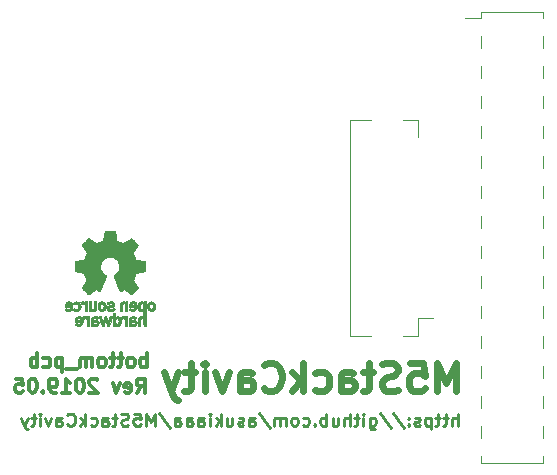
<source format=gbr>
G04 #@! TF.GenerationSoftware,KiCad,Pcbnew,5.0.2-bee76a0~70~ubuntu18.04.1*
G04 #@! TF.CreationDate,2019-05-12T18:16:14+09:00*
G04 #@! TF.ProjectId,bottom_pcb,626f7474-6f6d-45f7-9063-622e6b696361,rev?*
G04 #@! TF.SameCoordinates,Original*
G04 #@! TF.FileFunction,Legend,Bot*
G04 #@! TF.FilePolarity,Positive*
%FSLAX46Y46*%
G04 Gerber Fmt 4.6, Leading zero omitted, Abs format (unit mm)*
G04 Created by KiCad (PCBNEW 5.0.2-bee76a0~70~ubuntu18.04.1) date 2019年05月12日 18時16分14秒*
%MOMM*%
%LPD*%
G01*
G04 APERTURE LIST*
%ADD10C,0.300000*%
%ADD11C,0.250000*%
%ADD12C,0.600000*%
%ADD13C,0.120000*%
%ADD14C,0.010000*%
G04 APERTURE END LIST*
D10*
X113140514Y-86001157D02*
X113140514Y-84801157D01*
X113140514Y-85258300D02*
X113026228Y-85201157D01*
X112797657Y-85201157D01*
X112683371Y-85258300D01*
X112626228Y-85315442D01*
X112569085Y-85429728D01*
X112569085Y-85772585D01*
X112626228Y-85886871D01*
X112683371Y-85944014D01*
X112797657Y-86001157D01*
X113026228Y-86001157D01*
X113140514Y-85944014D01*
X111883371Y-86001157D02*
X111997657Y-85944014D01*
X112054800Y-85886871D01*
X112111942Y-85772585D01*
X112111942Y-85429728D01*
X112054800Y-85315442D01*
X111997657Y-85258300D01*
X111883371Y-85201157D01*
X111711942Y-85201157D01*
X111597657Y-85258300D01*
X111540514Y-85315442D01*
X111483371Y-85429728D01*
X111483371Y-85772585D01*
X111540514Y-85886871D01*
X111597657Y-85944014D01*
X111711942Y-86001157D01*
X111883371Y-86001157D01*
X111140514Y-85201157D02*
X110683371Y-85201157D01*
X110969085Y-84801157D02*
X110969085Y-85829728D01*
X110911942Y-85944014D01*
X110797657Y-86001157D01*
X110683371Y-86001157D01*
X110454800Y-85201157D02*
X109997657Y-85201157D01*
X110283371Y-84801157D02*
X110283371Y-85829728D01*
X110226228Y-85944014D01*
X110111942Y-86001157D01*
X109997657Y-86001157D01*
X109426228Y-86001157D02*
X109540514Y-85944014D01*
X109597657Y-85886871D01*
X109654800Y-85772585D01*
X109654800Y-85429728D01*
X109597657Y-85315442D01*
X109540514Y-85258300D01*
X109426228Y-85201157D01*
X109254800Y-85201157D01*
X109140514Y-85258300D01*
X109083371Y-85315442D01*
X109026228Y-85429728D01*
X109026228Y-85772585D01*
X109083371Y-85886871D01*
X109140514Y-85944014D01*
X109254800Y-86001157D01*
X109426228Y-86001157D01*
X108511942Y-86001157D02*
X108511942Y-85201157D01*
X108511942Y-85315442D02*
X108454800Y-85258300D01*
X108340514Y-85201157D01*
X108169085Y-85201157D01*
X108054800Y-85258300D01*
X107997657Y-85372585D01*
X107997657Y-86001157D01*
X107997657Y-85372585D02*
X107940514Y-85258300D01*
X107826228Y-85201157D01*
X107654800Y-85201157D01*
X107540514Y-85258300D01*
X107483371Y-85372585D01*
X107483371Y-86001157D01*
X107197657Y-86115442D02*
X106283371Y-86115442D01*
X105997657Y-85201157D02*
X105997657Y-86401157D01*
X105997657Y-85258300D02*
X105883371Y-85201157D01*
X105654800Y-85201157D01*
X105540514Y-85258300D01*
X105483371Y-85315442D01*
X105426228Y-85429728D01*
X105426228Y-85772585D01*
X105483371Y-85886871D01*
X105540514Y-85944014D01*
X105654800Y-86001157D01*
X105883371Y-86001157D01*
X105997657Y-85944014D01*
X104397657Y-85944014D02*
X104511942Y-86001157D01*
X104740514Y-86001157D01*
X104854800Y-85944014D01*
X104911942Y-85886871D01*
X104969085Y-85772585D01*
X104969085Y-85429728D01*
X104911942Y-85315442D01*
X104854800Y-85258300D01*
X104740514Y-85201157D01*
X104511942Y-85201157D01*
X104397657Y-85258300D01*
X103883371Y-86001157D02*
X103883371Y-84801157D01*
X103883371Y-85258300D02*
X103769085Y-85201157D01*
X103540514Y-85201157D01*
X103426228Y-85258300D01*
X103369085Y-85315442D01*
X103311942Y-85429728D01*
X103311942Y-85772585D01*
X103369085Y-85886871D01*
X103426228Y-85944014D01*
X103540514Y-86001157D01*
X103769085Y-86001157D01*
X103883371Y-85944014D01*
D11*
X139455604Y-90939880D02*
X139455604Y-89939880D01*
X138984176Y-90939880D02*
X138984176Y-90416071D01*
X139036557Y-90320833D01*
X139141319Y-90273214D01*
X139298461Y-90273214D01*
X139403223Y-90320833D01*
X139455604Y-90368452D01*
X138617509Y-90273214D02*
X138198461Y-90273214D01*
X138460366Y-89939880D02*
X138460366Y-90797023D01*
X138407985Y-90892261D01*
X138303223Y-90939880D01*
X138198461Y-90939880D01*
X137988938Y-90273214D02*
X137569890Y-90273214D01*
X137831795Y-89939880D02*
X137831795Y-90797023D01*
X137779414Y-90892261D01*
X137674652Y-90939880D01*
X137569890Y-90939880D01*
X137203223Y-90273214D02*
X137203223Y-91273214D01*
X137203223Y-90320833D02*
X137098461Y-90273214D01*
X136888938Y-90273214D01*
X136784176Y-90320833D01*
X136731795Y-90368452D01*
X136679414Y-90463690D01*
X136679414Y-90749404D01*
X136731795Y-90844642D01*
X136784176Y-90892261D01*
X136888938Y-90939880D01*
X137098461Y-90939880D01*
X137203223Y-90892261D01*
X136260366Y-90892261D02*
X136155604Y-90939880D01*
X135946080Y-90939880D01*
X135841319Y-90892261D01*
X135788938Y-90797023D01*
X135788938Y-90749404D01*
X135841319Y-90654166D01*
X135946080Y-90606547D01*
X136103223Y-90606547D01*
X136207985Y-90558928D01*
X136260366Y-90463690D01*
X136260366Y-90416071D01*
X136207985Y-90320833D01*
X136103223Y-90273214D01*
X135946080Y-90273214D01*
X135841319Y-90320833D01*
X135317509Y-90844642D02*
X135265128Y-90892261D01*
X135317509Y-90939880D01*
X135369890Y-90892261D01*
X135317509Y-90844642D01*
X135317509Y-90939880D01*
X135317509Y-90320833D02*
X135265128Y-90368452D01*
X135317509Y-90416071D01*
X135369890Y-90368452D01*
X135317509Y-90320833D01*
X135317509Y-90416071D01*
X134007985Y-89892261D02*
X134950842Y-91177976D01*
X132855604Y-89892261D02*
X133798461Y-91177976D01*
X132017509Y-90273214D02*
X132017509Y-91082738D01*
X132069890Y-91177976D01*
X132122271Y-91225595D01*
X132227033Y-91273214D01*
X132384176Y-91273214D01*
X132488938Y-91225595D01*
X132017509Y-90892261D02*
X132122271Y-90939880D01*
X132331795Y-90939880D01*
X132436557Y-90892261D01*
X132488938Y-90844642D01*
X132541319Y-90749404D01*
X132541319Y-90463690D01*
X132488938Y-90368452D01*
X132436557Y-90320833D01*
X132331795Y-90273214D01*
X132122271Y-90273214D01*
X132017509Y-90320833D01*
X131493700Y-90939880D02*
X131493700Y-90273214D01*
X131493700Y-89939880D02*
X131546080Y-89987500D01*
X131493700Y-90035119D01*
X131441319Y-89987500D01*
X131493700Y-89939880D01*
X131493700Y-90035119D01*
X131127033Y-90273214D02*
X130707985Y-90273214D01*
X130969890Y-89939880D02*
X130969890Y-90797023D01*
X130917509Y-90892261D01*
X130812747Y-90939880D01*
X130707985Y-90939880D01*
X130341319Y-90939880D02*
X130341319Y-89939880D01*
X129869890Y-90939880D02*
X129869890Y-90416071D01*
X129922271Y-90320833D01*
X130027033Y-90273214D01*
X130184176Y-90273214D01*
X130288938Y-90320833D01*
X130341319Y-90368452D01*
X128874652Y-90273214D02*
X128874652Y-90939880D01*
X129346080Y-90273214D02*
X129346080Y-90797023D01*
X129293700Y-90892261D01*
X129188938Y-90939880D01*
X129031795Y-90939880D01*
X128927033Y-90892261D01*
X128874652Y-90844642D01*
X128350842Y-90939880D02*
X128350842Y-89939880D01*
X128350842Y-90320833D02*
X128246080Y-90273214D01*
X128036557Y-90273214D01*
X127931795Y-90320833D01*
X127879414Y-90368452D01*
X127827033Y-90463690D01*
X127827033Y-90749404D01*
X127879414Y-90844642D01*
X127931795Y-90892261D01*
X128036557Y-90939880D01*
X128246080Y-90939880D01*
X128350842Y-90892261D01*
X127355604Y-90844642D02*
X127303223Y-90892261D01*
X127355604Y-90939880D01*
X127407985Y-90892261D01*
X127355604Y-90844642D01*
X127355604Y-90939880D01*
X126360366Y-90892261D02*
X126465128Y-90939880D01*
X126674652Y-90939880D01*
X126779414Y-90892261D01*
X126831795Y-90844642D01*
X126884176Y-90749404D01*
X126884176Y-90463690D01*
X126831795Y-90368452D01*
X126779414Y-90320833D01*
X126674652Y-90273214D01*
X126465128Y-90273214D01*
X126360366Y-90320833D01*
X125731795Y-90939880D02*
X125836557Y-90892261D01*
X125888938Y-90844642D01*
X125941319Y-90749404D01*
X125941319Y-90463690D01*
X125888938Y-90368452D01*
X125836557Y-90320833D01*
X125731795Y-90273214D01*
X125574652Y-90273214D01*
X125469890Y-90320833D01*
X125417509Y-90368452D01*
X125365128Y-90463690D01*
X125365128Y-90749404D01*
X125417509Y-90844642D01*
X125469890Y-90892261D01*
X125574652Y-90939880D01*
X125731795Y-90939880D01*
X124893700Y-90939880D02*
X124893700Y-90273214D01*
X124893700Y-90368452D02*
X124841319Y-90320833D01*
X124736557Y-90273214D01*
X124579414Y-90273214D01*
X124474652Y-90320833D01*
X124422271Y-90416071D01*
X124422271Y-90939880D01*
X124422271Y-90416071D02*
X124369890Y-90320833D01*
X124265128Y-90273214D01*
X124107985Y-90273214D01*
X124003223Y-90320833D01*
X123950842Y-90416071D01*
X123950842Y-90939880D01*
X122641319Y-89892261D02*
X123584176Y-91177976D01*
X121803223Y-90939880D02*
X121803223Y-90416071D01*
X121855604Y-90320833D01*
X121960366Y-90273214D01*
X122169890Y-90273214D01*
X122274652Y-90320833D01*
X121803223Y-90892261D02*
X121907985Y-90939880D01*
X122169890Y-90939880D01*
X122274652Y-90892261D01*
X122327033Y-90797023D01*
X122327033Y-90701785D01*
X122274652Y-90606547D01*
X122169890Y-90558928D01*
X121907985Y-90558928D01*
X121803223Y-90511309D01*
X121331795Y-90892261D02*
X121227033Y-90939880D01*
X121017509Y-90939880D01*
X120912747Y-90892261D01*
X120860366Y-90797023D01*
X120860366Y-90749404D01*
X120912747Y-90654166D01*
X121017509Y-90606547D01*
X121174652Y-90606547D01*
X121279414Y-90558928D01*
X121331795Y-90463690D01*
X121331795Y-90416071D01*
X121279414Y-90320833D01*
X121174652Y-90273214D01*
X121017509Y-90273214D01*
X120912747Y-90320833D01*
X119917509Y-90273214D02*
X119917509Y-90939880D01*
X120388938Y-90273214D02*
X120388938Y-90797023D01*
X120336557Y-90892261D01*
X120231795Y-90939880D01*
X120074652Y-90939880D01*
X119969890Y-90892261D01*
X119917509Y-90844642D01*
X119393700Y-90939880D02*
X119393700Y-89939880D01*
X119288938Y-90558928D02*
X118974652Y-90939880D01*
X118974652Y-90273214D02*
X119393700Y-90654166D01*
X118503223Y-90939880D02*
X118503223Y-90273214D01*
X118503223Y-89939880D02*
X118555604Y-89987500D01*
X118503223Y-90035119D01*
X118450842Y-89987500D01*
X118503223Y-89939880D01*
X118503223Y-90035119D01*
X117507985Y-90939880D02*
X117507985Y-90416071D01*
X117560366Y-90320833D01*
X117665128Y-90273214D01*
X117874652Y-90273214D01*
X117979414Y-90320833D01*
X117507985Y-90892261D02*
X117612747Y-90939880D01*
X117874652Y-90939880D01*
X117979414Y-90892261D01*
X118031795Y-90797023D01*
X118031795Y-90701785D01*
X117979414Y-90606547D01*
X117874652Y-90558928D01*
X117612747Y-90558928D01*
X117507985Y-90511309D01*
X116512747Y-90939880D02*
X116512747Y-90416071D01*
X116565128Y-90320833D01*
X116669890Y-90273214D01*
X116879414Y-90273214D01*
X116984176Y-90320833D01*
X116512747Y-90892261D02*
X116617509Y-90939880D01*
X116879414Y-90939880D01*
X116984176Y-90892261D01*
X117036557Y-90797023D01*
X117036557Y-90701785D01*
X116984176Y-90606547D01*
X116879414Y-90558928D01*
X116617509Y-90558928D01*
X116512747Y-90511309D01*
X115517509Y-90939880D02*
X115517509Y-90416071D01*
X115569890Y-90320833D01*
X115674652Y-90273214D01*
X115884176Y-90273214D01*
X115988938Y-90320833D01*
X115517509Y-90892261D02*
X115622271Y-90939880D01*
X115884176Y-90939880D01*
X115988938Y-90892261D01*
X116041319Y-90797023D01*
X116041319Y-90701785D01*
X115988938Y-90606547D01*
X115884176Y-90558928D01*
X115622271Y-90558928D01*
X115517509Y-90511309D01*
X114207985Y-89892261D02*
X115150842Y-91177976D01*
X113841319Y-90939880D02*
X113841319Y-89939880D01*
X113474652Y-90654166D01*
X113107985Y-89939880D01*
X113107985Y-90939880D01*
X112060366Y-89939880D02*
X112584176Y-89939880D01*
X112636557Y-90416071D01*
X112584176Y-90368452D01*
X112479414Y-90320833D01*
X112217509Y-90320833D01*
X112112747Y-90368452D01*
X112060366Y-90416071D01*
X112007985Y-90511309D01*
X112007985Y-90749404D01*
X112060366Y-90844642D01*
X112112747Y-90892261D01*
X112217509Y-90939880D01*
X112479414Y-90939880D01*
X112584176Y-90892261D01*
X112636557Y-90844642D01*
X111588938Y-90892261D02*
X111431795Y-90939880D01*
X111169890Y-90939880D01*
X111065128Y-90892261D01*
X111012747Y-90844642D01*
X110960366Y-90749404D01*
X110960366Y-90654166D01*
X111012747Y-90558928D01*
X111065128Y-90511309D01*
X111169890Y-90463690D01*
X111379414Y-90416071D01*
X111484176Y-90368452D01*
X111536557Y-90320833D01*
X111588938Y-90225595D01*
X111588938Y-90130357D01*
X111536557Y-90035119D01*
X111484176Y-89987500D01*
X111379414Y-89939880D01*
X111117509Y-89939880D01*
X110960366Y-89987500D01*
X110646080Y-90273214D02*
X110227033Y-90273214D01*
X110488938Y-89939880D02*
X110488938Y-90797023D01*
X110436557Y-90892261D01*
X110331795Y-90939880D01*
X110227033Y-90939880D01*
X109388938Y-90939880D02*
X109388938Y-90416071D01*
X109441319Y-90320833D01*
X109546080Y-90273214D01*
X109755604Y-90273214D01*
X109860366Y-90320833D01*
X109388938Y-90892261D02*
X109493700Y-90939880D01*
X109755604Y-90939880D01*
X109860366Y-90892261D01*
X109912747Y-90797023D01*
X109912747Y-90701785D01*
X109860366Y-90606547D01*
X109755604Y-90558928D01*
X109493700Y-90558928D01*
X109388938Y-90511309D01*
X108393700Y-90892261D02*
X108498461Y-90939880D01*
X108707985Y-90939880D01*
X108812747Y-90892261D01*
X108865128Y-90844642D01*
X108917509Y-90749404D01*
X108917509Y-90463690D01*
X108865128Y-90368452D01*
X108812747Y-90320833D01*
X108707985Y-90273214D01*
X108498461Y-90273214D01*
X108393700Y-90320833D01*
X107922271Y-90939880D02*
X107922271Y-89939880D01*
X107817509Y-90558928D02*
X107503223Y-90939880D01*
X107503223Y-90273214D02*
X107922271Y-90654166D01*
X106403223Y-90844642D02*
X106455604Y-90892261D01*
X106612747Y-90939880D01*
X106717509Y-90939880D01*
X106874652Y-90892261D01*
X106979414Y-90797023D01*
X107031795Y-90701785D01*
X107084176Y-90511309D01*
X107084176Y-90368452D01*
X107031795Y-90177976D01*
X106979414Y-90082738D01*
X106874652Y-89987500D01*
X106717509Y-89939880D01*
X106612747Y-89939880D01*
X106455604Y-89987500D01*
X106403223Y-90035119D01*
X105460366Y-90939880D02*
X105460366Y-90416071D01*
X105512747Y-90320833D01*
X105617509Y-90273214D01*
X105827033Y-90273214D01*
X105931795Y-90320833D01*
X105460366Y-90892261D02*
X105565128Y-90939880D01*
X105827033Y-90939880D01*
X105931795Y-90892261D01*
X105984176Y-90797023D01*
X105984176Y-90701785D01*
X105931795Y-90606547D01*
X105827033Y-90558928D01*
X105565128Y-90558928D01*
X105460366Y-90511309D01*
X105041319Y-90273214D02*
X104779414Y-90939880D01*
X104517509Y-90273214D01*
X104098461Y-90939880D02*
X104098461Y-90273214D01*
X104098461Y-89939880D02*
X104150842Y-89987500D01*
X104098461Y-90035119D01*
X104046080Y-89987500D01*
X104098461Y-89939880D01*
X104098461Y-90035119D01*
X103731795Y-90273214D02*
X103312747Y-90273214D01*
X103574652Y-89939880D02*
X103574652Y-90797023D01*
X103522271Y-90892261D01*
X103417509Y-90939880D01*
X103312747Y-90939880D01*
X103050842Y-90273214D02*
X102788938Y-90939880D01*
X102527033Y-90273214D02*
X102788938Y-90939880D01*
X102893700Y-91177976D01*
X102946080Y-91225595D01*
X103050842Y-91273214D01*
D10*
X112276928Y-88172857D02*
X112676928Y-87601428D01*
X112962642Y-88172857D02*
X112962642Y-86972857D01*
X112505500Y-86972857D01*
X112391214Y-87030000D01*
X112334071Y-87087142D01*
X112276928Y-87201428D01*
X112276928Y-87372857D01*
X112334071Y-87487142D01*
X112391214Y-87544285D01*
X112505500Y-87601428D01*
X112962642Y-87601428D01*
X111305500Y-88115714D02*
X111419785Y-88172857D01*
X111648357Y-88172857D01*
X111762642Y-88115714D01*
X111819785Y-88001428D01*
X111819785Y-87544285D01*
X111762642Y-87430000D01*
X111648357Y-87372857D01*
X111419785Y-87372857D01*
X111305500Y-87430000D01*
X111248357Y-87544285D01*
X111248357Y-87658571D01*
X111819785Y-87772857D01*
X110848357Y-87372857D02*
X110562642Y-88172857D01*
X110276928Y-87372857D01*
X108962642Y-87087142D02*
X108905500Y-87030000D01*
X108791214Y-86972857D01*
X108505500Y-86972857D01*
X108391214Y-87030000D01*
X108334071Y-87087142D01*
X108276928Y-87201428D01*
X108276928Y-87315714D01*
X108334071Y-87487142D01*
X109019785Y-88172857D01*
X108276928Y-88172857D01*
X107534071Y-86972857D02*
X107419785Y-86972857D01*
X107305500Y-87030000D01*
X107248357Y-87087142D01*
X107191214Y-87201428D01*
X107134071Y-87430000D01*
X107134071Y-87715714D01*
X107191214Y-87944285D01*
X107248357Y-88058571D01*
X107305500Y-88115714D01*
X107419785Y-88172857D01*
X107534071Y-88172857D01*
X107648357Y-88115714D01*
X107705500Y-88058571D01*
X107762642Y-87944285D01*
X107819785Y-87715714D01*
X107819785Y-87430000D01*
X107762642Y-87201428D01*
X107705500Y-87087142D01*
X107648357Y-87030000D01*
X107534071Y-86972857D01*
X105991214Y-88172857D02*
X106676928Y-88172857D01*
X106334071Y-88172857D02*
X106334071Y-86972857D01*
X106448357Y-87144285D01*
X106562642Y-87258571D01*
X106676928Y-87315714D01*
X105419785Y-88172857D02*
X105191214Y-88172857D01*
X105076928Y-88115714D01*
X105019785Y-88058571D01*
X104905500Y-87887142D01*
X104848357Y-87658571D01*
X104848357Y-87201428D01*
X104905500Y-87087142D01*
X104962642Y-87030000D01*
X105076928Y-86972857D01*
X105305500Y-86972857D01*
X105419785Y-87030000D01*
X105476928Y-87087142D01*
X105534071Y-87201428D01*
X105534071Y-87487142D01*
X105476928Y-87601428D01*
X105419785Y-87658571D01*
X105305500Y-87715714D01*
X105076928Y-87715714D01*
X104962642Y-87658571D01*
X104905500Y-87601428D01*
X104848357Y-87487142D01*
X104334071Y-88058571D02*
X104276928Y-88115714D01*
X104334071Y-88172857D01*
X104391214Y-88115714D01*
X104334071Y-88058571D01*
X104334071Y-88172857D01*
X103534071Y-86972857D02*
X103419785Y-86972857D01*
X103305500Y-87030000D01*
X103248357Y-87087142D01*
X103191214Y-87201428D01*
X103134071Y-87430000D01*
X103134071Y-87715714D01*
X103191214Y-87944285D01*
X103248357Y-88058571D01*
X103305500Y-88115714D01*
X103419785Y-88172857D01*
X103534071Y-88172857D01*
X103648357Y-88115714D01*
X103705500Y-88058571D01*
X103762642Y-87944285D01*
X103819785Y-87715714D01*
X103819785Y-87430000D01*
X103762642Y-87201428D01*
X103705500Y-87087142D01*
X103648357Y-87030000D01*
X103534071Y-86972857D01*
X102048357Y-86972857D02*
X102619785Y-86972857D01*
X102676928Y-87544285D01*
X102619785Y-87487142D01*
X102505500Y-87430000D01*
X102219785Y-87430000D01*
X102105500Y-87487142D01*
X102048357Y-87544285D01*
X101991214Y-87658571D01*
X101991214Y-87944285D01*
X102048357Y-88058571D01*
X102105500Y-88115714D01*
X102219785Y-88172857D01*
X102505500Y-88172857D01*
X102619785Y-88115714D01*
X102676928Y-88058571D01*
D12*
X139304771Y-88004514D02*
X139304771Y-85604514D01*
X138504771Y-87318800D01*
X137704771Y-85604514D01*
X137704771Y-88004514D01*
X135419057Y-85604514D02*
X136561914Y-85604514D01*
X136676200Y-86747371D01*
X136561914Y-86633085D01*
X136333342Y-86518800D01*
X135761914Y-86518800D01*
X135533342Y-86633085D01*
X135419057Y-86747371D01*
X135304771Y-86975942D01*
X135304771Y-87547371D01*
X135419057Y-87775942D01*
X135533342Y-87890228D01*
X135761914Y-88004514D01*
X136333342Y-88004514D01*
X136561914Y-87890228D01*
X136676200Y-87775942D01*
X134390485Y-87890228D02*
X134047628Y-88004514D01*
X133476200Y-88004514D01*
X133247628Y-87890228D01*
X133133342Y-87775942D01*
X133019057Y-87547371D01*
X133019057Y-87318800D01*
X133133342Y-87090228D01*
X133247628Y-86975942D01*
X133476200Y-86861657D01*
X133933342Y-86747371D01*
X134161914Y-86633085D01*
X134276200Y-86518800D01*
X134390485Y-86290228D01*
X134390485Y-86061657D01*
X134276200Y-85833085D01*
X134161914Y-85718800D01*
X133933342Y-85604514D01*
X133361914Y-85604514D01*
X133019057Y-85718800D01*
X132333342Y-86404514D02*
X131419057Y-86404514D01*
X131990485Y-85604514D02*
X131990485Y-87661657D01*
X131876200Y-87890228D01*
X131647628Y-88004514D01*
X131419057Y-88004514D01*
X129590485Y-88004514D02*
X129590485Y-86747371D01*
X129704771Y-86518800D01*
X129933342Y-86404514D01*
X130390485Y-86404514D01*
X130619057Y-86518800D01*
X129590485Y-87890228D02*
X129819057Y-88004514D01*
X130390485Y-88004514D01*
X130619057Y-87890228D01*
X130733342Y-87661657D01*
X130733342Y-87433085D01*
X130619057Y-87204514D01*
X130390485Y-87090228D01*
X129819057Y-87090228D01*
X129590485Y-86975942D01*
X127419057Y-87890228D02*
X127647628Y-88004514D01*
X128104771Y-88004514D01*
X128333342Y-87890228D01*
X128447628Y-87775942D01*
X128561914Y-87547371D01*
X128561914Y-86861657D01*
X128447628Y-86633085D01*
X128333342Y-86518800D01*
X128104771Y-86404514D01*
X127647628Y-86404514D01*
X127419057Y-86518800D01*
X126390485Y-88004514D02*
X126390485Y-85604514D01*
X126161914Y-87090228D02*
X125476200Y-88004514D01*
X125476200Y-86404514D02*
X126390485Y-87318800D01*
X123076200Y-87775942D02*
X123190485Y-87890228D01*
X123533342Y-88004514D01*
X123761914Y-88004514D01*
X124104771Y-87890228D01*
X124333342Y-87661657D01*
X124447628Y-87433085D01*
X124561914Y-86975942D01*
X124561914Y-86633085D01*
X124447628Y-86175942D01*
X124333342Y-85947371D01*
X124104771Y-85718800D01*
X123761914Y-85604514D01*
X123533342Y-85604514D01*
X123190485Y-85718800D01*
X123076200Y-85833085D01*
X121019057Y-88004514D02*
X121019057Y-86747371D01*
X121133342Y-86518800D01*
X121361914Y-86404514D01*
X121819057Y-86404514D01*
X122047628Y-86518800D01*
X121019057Y-87890228D02*
X121247628Y-88004514D01*
X121819057Y-88004514D01*
X122047628Y-87890228D01*
X122161914Y-87661657D01*
X122161914Y-87433085D01*
X122047628Y-87204514D01*
X121819057Y-87090228D01*
X121247628Y-87090228D01*
X121019057Y-86975942D01*
X120104771Y-86404514D02*
X119533342Y-88004514D01*
X118961914Y-86404514D01*
X118047628Y-88004514D02*
X118047628Y-86404514D01*
X118047628Y-85604514D02*
X118161914Y-85718800D01*
X118047628Y-85833085D01*
X117933342Y-85718800D01*
X118047628Y-85604514D01*
X118047628Y-85833085D01*
X117247628Y-86404514D02*
X116333342Y-86404514D01*
X116904771Y-85604514D02*
X116904771Y-87661657D01*
X116790485Y-87890228D01*
X116561914Y-88004514D01*
X116333342Y-88004514D01*
X115761914Y-86404514D02*
X115190485Y-88004514D01*
X114619057Y-86404514D02*
X115190485Y-88004514D01*
X115419057Y-88575942D01*
X115533342Y-88690228D01*
X115761914Y-88804514D01*
D13*
G04 #@! TO.C,J4*
X146674000Y-55890000D02*
X141474000Y-55890000D01*
X141474000Y-55890000D02*
X141474000Y-56460000D01*
X141474000Y-57980000D02*
X141474000Y-59000000D01*
X141474000Y-60520000D02*
X141474000Y-61540000D01*
X141474000Y-63060000D02*
X141474000Y-64080000D01*
X141474000Y-65600000D02*
X141474000Y-66620000D01*
X141474000Y-68140000D02*
X141474000Y-69160000D01*
X141474000Y-70680000D02*
X141474000Y-71700000D01*
X141474000Y-73220000D02*
X141474000Y-74240000D01*
X141474000Y-75760000D02*
X141474000Y-76780000D01*
X141474000Y-78300000D02*
X141474000Y-79320000D01*
X141474000Y-80840000D02*
X141474000Y-81860000D01*
X141474000Y-83380000D02*
X141474000Y-84400000D01*
X141474000Y-85920000D02*
X141474000Y-86940000D01*
X141474000Y-88460000D02*
X141474000Y-89480000D01*
X141474000Y-91000000D02*
X141474000Y-92020000D01*
X141474000Y-93540000D02*
X141474000Y-94110000D01*
X146674000Y-94110000D02*
X141474000Y-94110000D01*
X146674000Y-55890000D02*
X146674000Y-56460000D01*
X146674000Y-57980000D02*
X146674000Y-59000000D01*
X146674000Y-60520000D02*
X146674000Y-61540000D01*
X146674000Y-63060000D02*
X146674000Y-64080000D01*
X146674000Y-65600000D02*
X146674000Y-66620000D01*
X146674000Y-68140000D02*
X146674000Y-69160000D01*
X146674000Y-70680000D02*
X146674000Y-71700000D01*
X146674000Y-73220000D02*
X146674000Y-74240000D01*
X146674000Y-75760000D02*
X146674000Y-76780000D01*
X146674000Y-78300000D02*
X146674000Y-79320000D01*
X146674000Y-80840000D02*
X146674000Y-81860000D01*
X146674000Y-83380000D02*
X146674000Y-84400000D01*
X146674000Y-85920000D02*
X146674000Y-86940000D01*
X146674000Y-88460000D02*
X146674000Y-89480000D01*
X146674000Y-91000000D02*
X146674000Y-92020000D01*
X146674000Y-93540000D02*
X146674000Y-94110000D01*
X141474000Y-56460000D02*
X140114000Y-56460000D01*
D14*
G04 #@! TO.C,OSHWREF1*
G36*
X109519136Y-74897276D02*
X109443587Y-75298022D01*
X108886059Y-75527854D01*
X108551635Y-75300448D01*
X108457978Y-75237131D01*
X108373318Y-75180596D01*
X108301605Y-75133427D01*
X108246789Y-75098202D01*
X108212820Y-75077505D01*
X108203570Y-75073042D01*
X108186905Y-75084520D01*
X108151294Y-75116251D01*
X108100729Y-75164183D01*
X108039200Y-75224262D01*
X107970701Y-75292433D01*
X107899221Y-75364645D01*
X107828753Y-75436842D01*
X107763289Y-75504973D01*
X107706820Y-75564983D01*
X107663337Y-75612819D01*
X107636832Y-75644427D01*
X107630495Y-75655005D01*
X107639614Y-75674506D01*
X107665180Y-75717231D01*
X107704503Y-75778998D01*
X107754897Y-75855631D01*
X107813673Y-75942948D01*
X107847732Y-75992752D01*
X107909811Y-76083693D01*
X107964974Y-76165759D01*
X108010546Y-76234863D01*
X108043850Y-76286922D01*
X108062210Y-76317850D01*
X108064969Y-76324350D01*
X108058715Y-76342821D01*
X108041666Y-76385872D01*
X108016397Y-76447449D01*
X107985478Y-76521499D01*
X107951482Y-76601970D01*
X107916982Y-76682807D01*
X107884549Y-76757958D01*
X107856757Y-76821371D01*
X107836177Y-76866993D01*
X107825381Y-76888769D01*
X107824744Y-76889626D01*
X107807793Y-76893784D01*
X107762649Y-76903061D01*
X107693990Y-76916544D01*
X107606498Y-76933321D01*
X107504850Y-76952481D01*
X107445544Y-76963530D01*
X107336928Y-76984210D01*
X107238823Y-77003889D01*
X107156191Y-77021489D01*
X107093996Y-77035933D01*
X107057201Y-77046146D01*
X107049804Y-77049386D01*
X107042560Y-77071317D01*
X107036715Y-77120847D01*
X107032265Y-77192185D01*
X107029207Y-77279539D01*
X107027535Y-77377117D01*
X107027247Y-77479126D01*
X107028339Y-77579775D01*
X107030806Y-77673272D01*
X107034644Y-77753825D01*
X107039850Y-77815642D01*
X107046419Y-77852930D01*
X107050359Y-77860693D01*
X107073912Y-77869998D01*
X107123818Y-77883300D01*
X107193477Y-77899037D01*
X107276287Y-77915646D01*
X107305195Y-77921019D01*
X107444569Y-77946548D01*
X107554664Y-77967108D01*
X107639118Y-77983515D01*
X107701570Y-77996587D01*
X107745656Y-78007141D01*
X107775015Y-78015994D01*
X107793285Y-78023963D01*
X107804102Y-78031865D01*
X107805615Y-78033427D01*
X107820723Y-78058586D01*
X107843771Y-78107550D01*
X107872456Y-78174321D01*
X107904478Y-78252905D01*
X107937535Y-78337307D01*
X107969327Y-78421530D01*
X107997551Y-78499579D01*
X108019907Y-78565459D01*
X108034093Y-78613173D01*
X108037807Y-78636727D01*
X108037498Y-78637552D01*
X108024911Y-78656804D01*
X107996356Y-78699163D01*
X107954833Y-78760221D01*
X107903344Y-78835568D01*
X107844889Y-78920796D01*
X107828242Y-78945015D01*
X107768885Y-79032823D01*
X107716653Y-79112938D01*
X107674392Y-79180762D01*
X107644947Y-79231693D01*
X107631163Y-79261131D01*
X107630495Y-79264748D01*
X107642076Y-79283757D01*
X107674076Y-79321414D01*
X107722382Y-79373673D01*
X107782880Y-79436486D01*
X107851456Y-79505806D01*
X107923996Y-79577585D01*
X107996388Y-79647777D01*
X108064516Y-79712335D01*
X108124268Y-79767210D01*
X108171529Y-79808356D01*
X108202187Y-79831726D01*
X108210668Y-79835542D01*
X108230409Y-79826555D01*
X108270826Y-79802316D01*
X108325337Y-79766909D01*
X108367277Y-79738411D01*
X108443271Y-79686118D01*
X108533266Y-79624545D01*
X108623536Y-79563070D01*
X108672068Y-79530169D01*
X108836338Y-79419059D01*
X108974231Y-79493616D01*
X109037051Y-79526278D01*
X109090471Y-79551666D01*
X109126616Y-79566146D01*
X109135816Y-79568160D01*
X109146879Y-79553284D01*
X109168706Y-79511247D01*
X109199666Y-79445927D01*
X109238130Y-79361200D01*
X109282468Y-79260945D01*
X109331053Y-79149039D01*
X109382254Y-79029359D01*
X109434441Y-78905784D01*
X109485987Y-78782191D01*
X109535260Y-78662457D01*
X109580633Y-78550459D01*
X109620475Y-78450077D01*
X109653158Y-78365186D01*
X109677051Y-78299665D01*
X109690526Y-78257390D01*
X109692694Y-78242872D01*
X109675517Y-78224353D01*
X109637910Y-78194290D01*
X109587734Y-78158932D01*
X109583522Y-78156134D01*
X109453836Y-78052325D01*
X109349266Y-77931215D01*
X109270719Y-77796676D01*
X109219101Y-77652582D01*
X109195318Y-77502805D01*
X109200277Y-77351217D01*
X109234883Y-77201692D01*
X109300043Y-77058100D01*
X109319214Y-77026684D01*
X109418926Y-76899825D01*
X109536723Y-76797955D01*
X109668529Y-76721604D01*
X109810267Y-76671302D01*
X109957858Y-76647579D01*
X110107227Y-76650965D01*
X110254297Y-76681988D01*
X110394989Y-76741180D01*
X110525227Y-76829069D01*
X110565514Y-76864742D01*
X110668045Y-76976406D01*
X110742759Y-77093957D01*
X110794010Y-77225720D01*
X110822554Y-77356207D01*
X110829600Y-77502916D01*
X110806104Y-77650353D01*
X110754451Y-77793534D01*
X110677029Y-77927477D01*
X110576225Y-78047198D01*
X110454424Y-78147714D01*
X110438416Y-78158309D01*
X110387702Y-78193006D01*
X110349150Y-78223070D01*
X110330719Y-78242265D01*
X110330451Y-78242872D01*
X110334408Y-78263636D01*
X110350093Y-78310762D01*
X110375878Y-78380373D01*
X110410131Y-78468593D01*
X110451223Y-78571544D01*
X110497524Y-78685350D01*
X110547404Y-78806135D01*
X110599233Y-78930021D01*
X110651381Y-79053132D01*
X110702218Y-79171591D01*
X110750113Y-79281523D01*
X110793438Y-79379049D01*
X110830562Y-79460293D01*
X110859856Y-79521379D01*
X110879688Y-79558430D01*
X110887674Y-79568160D01*
X110912079Y-79560583D01*
X110957742Y-79540260D01*
X111016790Y-79510825D01*
X111049260Y-79493616D01*
X111187153Y-79419059D01*
X111351423Y-79530169D01*
X111435279Y-79587090D01*
X111527087Y-79649730D01*
X111613120Y-79708711D01*
X111656213Y-79738411D01*
X111716823Y-79779110D01*
X111768145Y-79811363D01*
X111803485Y-79831084D01*
X111814963Y-79835254D01*
X111831670Y-79824007D01*
X111868646Y-79792611D01*
X111922305Y-79744324D01*
X111989062Y-79682408D01*
X112065334Y-79610121D01*
X112113573Y-79563708D01*
X112197967Y-79480787D01*
X112270903Y-79406620D01*
X112329431Y-79344380D01*
X112370603Y-79297241D01*
X112391472Y-79268373D01*
X112393474Y-79262515D01*
X112384183Y-79240232D01*
X112358509Y-79195177D01*
X112319300Y-79131911D01*
X112269403Y-79054995D01*
X112211667Y-78968992D01*
X112195249Y-78945015D01*
X112135423Y-78857870D01*
X112081750Y-78779410D01*
X112037230Y-78714045D01*
X112004865Y-78666184D01*
X111987655Y-78640235D01*
X111985993Y-78637552D01*
X111988479Y-78616872D01*
X112001677Y-78571404D01*
X112023286Y-78507144D01*
X112051004Y-78430087D01*
X112082530Y-78346229D01*
X112115563Y-78261566D01*
X112147801Y-78182092D01*
X112176943Y-78113804D01*
X112200688Y-78062697D01*
X112216735Y-78034767D01*
X112217875Y-78033427D01*
X112227688Y-78025445D01*
X112244261Y-78017551D01*
X112271232Y-78008929D01*
X112312239Y-77998762D01*
X112370920Y-77986231D01*
X112450913Y-77970521D01*
X112555855Y-77950813D01*
X112689385Y-77926292D01*
X112718296Y-77921019D01*
X112803982Y-77904464D01*
X112878682Y-77888269D01*
X112935794Y-77873996D01*
X112968717Y-77863208D01*
X112973131Y-77860693D01*
X112980406Y-77838396D01*
X112986319Y-77788569D01*
X112990866Y-77717004D01*
X112994045Y-77629493D01*
X112995849Y-77531828D01*
X112996277Y-77429801D01*
X112995323Y-77329203D01*
X112992984Y-77235827D01*
X112989256Y-77155465D01*
X112984134Y-77093909D01*
X112977616Y-77056950D01*
X112973686Y-77049386D01*
X112951808Y-77041756D01*
X112901991Y-77029342D01*
X112829197Y-77013222D01*
X112738389Y-76994473D01*
X112634531Y-76974171D01*
X112577946Y-76963530D01*
X112470586Y-76943460D01*
X112374846Y-76925280D01*
X112295406Y-76909899D01*
X112236946Y-76898231D01*
X112204145Y-76891188D01*
X112198746Y-76889626D01*
X112189622Y-76872022D01*
X112170335Y-76829618D01*
X112143455Y-76768472D01*
X112111554Y-76694643D01*
X112077202Y-76614189D01*
X112042971Y-76533168D01*
X112011431Y-76457637D01*
X111985154Y-76393655D01*
X111966711Y-76347280D01*
X111958671Y-76324569D01*
X111958522Y-76323576D01*
X111967635Y-76305661D01*
X111993186Y-76264433D01*
X112032488Y-76203991D01*
X112082857Y-76128431D01*
X112141606Y-76041852D01*
X112175758Y-75992121D01*
X112237990Y-75900936D01*
X112293264Y-75818149D01*
X112338882Y-75747949D01*
X112372148Y-75694524D01*
X112390364Y-75662061D01*
X112392995Y-75654783D01*
X112381686Y-75637845D01*
X112350419Y-75601678D01*
X112303190Y-75550335D01*
X112243992Y-75487867D01*
X112176819Y-75418326D01*
X112105666Y-75345765D01*
X112034526Y-75274235D01*
X111967393Y-75207787D01*
X111908261Y-75150474D01*
X111861125Y-75106347D01*
X111829977Y-75079459D01*
X111819557Y-75073042D01*
X111802591Y-75082065D01*
X111762011Y-75107415D01*
X111701763Y-75146510D01*
X111625793Y-75196771D01*
X111538046Y-75255617D01*
X111471856Y-75300448D01*
X111137432Y-75527854D01*
X110858667Y-75412938D01*
X110579903Y-75298022D01*
X110504354Y-74897276D01*
X110428806Y-74496529D01*
X109594685Y-74496529D01*
X109519136Y-74897276D01*
X109519136Y-74897276D01*
G37*
X109519136Y-74897276D02*
X109443587Y-75298022D01*
X108886059Y-75527854D01*
X108551635Y-75300448D01*
X108457978Y-75237131D01*
X108373318Y-75180596D01*
X108301605Y-75133427D01*
X108246789Y-75098202D01*
X108212820Y-75077505D01*
X108203570Y-75073042D01*
X108186905Y-75084520D01*
X108151294Y-75116251D01*
X108100729Y-75164183D01*
X108039200Y-75224262D01*
X107970701Y-75292433D01*
X107899221Y-75364645D01*
X107828753Y-75436842D01*
X107763289Y-75504973D01*
X107706820Y-75564983D01*
X107663337Y-75612819D01*
X107636832Y-75644427D01*
X107630495Y-75655005D01*
X107639614Y-75674506D01*
X107665180Y-75717231D01*
X107704503Y-75778998D01*
X107754897Y-75855631D01*
X107813673Y-75942948D01*
X107847732Y-75992752D01*
X107909811Y-76083693D01*
X107964974Y-76165759D01*
X108010546Y-76234863D01*
X108043850Y-76286922D01*
X108062210Y-76317850D01*
X108064969Y-76324350D01*
X108058715Y-76342821D01*
X108041666Y-76385872D01*
X108016397Y-76447449D01*
X107985478Y-76521499D01*
X107951482Y-76601970D01*
X107916982Y-76682807D01*
X107884549Y-76757958D01*
X107856757Y-76821371D01*
X107836177Y-76866993D01*
X107825381Y-76888769D01*
X107824744Y-76889626D01*
X107807793Y-76893784D01*
X107762649Y-76903061D01*
X107693990Y-76916544D01*
X107606498Y-76933321D01*
X107504850Y-76952481D01*
X107445544Y-76963530D01*
X107336928Y-76984210D01*
X107238823Y-77003889D01*
X107156191Y-77021489D01*
X107093996Y-77035933D01*
X107057201Y-77046146D01*
X107049804Y-77049386D01*
X107042560Y-77071317D01*
X107036715Y-77120847D01*
X107032265Y-77192185D01*
X107029207Y-77279539D01*
X107027535Y-77377117D01*
X107027247Y-77479126D01*
X107028339Y-77579775D01*
X107030806Y-77673272D01*
X107034644Y-77753825D01*
X107039850Y-77815642D01*
X107046419Y-77852930D01*
X107050359Y-77860693D01*
X107073912Y-77869998D01*
X107123818Y-77883300D01*
X107193477Y-77899037D01*
X107276287Y-77915646D01*
X107305195Y-77921019D01*
X107444569Y-77946548D01*
X107554664Y-77967108D01*
X107639118Y-77983515D01*
X107701570Y-77996587D01*
X107745656Y-78007141D01*
X107775015Y-78015994D01*
X107793285Y-78023963D01*
X107804102Y-78031865D01*
X107805615Y-78033427D01*
X107820723Y-78058586D01*
X107843771Y-78107550D01*
X107872456Y-78174321D01*
X107904478Y-78252905D01*
X107937535Y-78337307D01*
X107969327Y-78421530D01*
X107997551Y-78499579D01*
X108019907Y-78565459D01*
X108034093Y-78613173D01*
X108037807Y-78636727D01*
X108037498Y-78637552D01*
X108024911Y-78656804D01*
X107996356Y-78699163D01*
X107954833Y-78760221D01*
X107903344Y-78835568D01*
X107844889Y-78920796D01*
X107828242Y-78945015D01*
X107768885Y-79032823D01*
X107716653Y-79112938D01*
X107674392Y-79180762D01*
X107644947Y-79231693D01*
X107631163Y-79261131D01*
X107630495Y-79264748D01*
X107642076Y-79283757D01*
X107674076Y-79321414D01*
X107722382Y-79373673D01*
X107782880Y-79436486D01*
X107851456Y-79505806D01*
X107923996Y-79577585D01*
X107996388Y-79647777D01*
X108064516Y-79712335D01*
X108124268Y-79767210D01*
X108171529Y-79808356D01*
X108202187Y-79831726D01*
X108210668Y-79835542D01*
X108230409Y-79826555D01*
X108270826Y-79802316D01*
X108325337Y-79766909D01*
X108367277Y-79738411D01*
X108443271Y-79686118D01*
X108533266Y-79624545D01*
X108623536Y-79563070D01*
X108672068Y-79530169D01*
X108836338Y-79419059D01*
X108974231Y-79493616D01*
X109037051Y-79526278D01*
X109090471Y-79551666D01*
X109126616Y-79566146D01*
X109135816Y-79568160D01*
X109146879Y-79553284D01*
X109168706Y-79511247D01*
X109199666Y-79445927D01*
X109238130Y-79361200D01*
X109282468Y-79260945D01*
X109331053Y-79149039D01*
X109382254Y-79029359D01*
X109434441Y-78905784D01*
X109485987Y-78782191D01*
X109535260Y-78662457D01*
X109580633Y-78550459D01*
X109620475Y-78450077D01*
X109653158Y-78365186D01*
X109677051Y-78299665D01*
X109690526Y-78257390D01*
X109692694Y-78242872D01*
X109675517Y-78224353D01*
X109637910Y-78194290D01*
X109587734Y-78158932D01*
X109583522Y-78156134D01*
X109453836Y-78052325D01*
X109349266Y-77931215D01*
X109270719Y-77796676D01*
X109219101Y-77652582D01*
X109195318Y-77502805D01*
X109200277Y-77351217D01*
X109234883Y-77201692D01*
X109300043Y-77058100D01*
X109319214Y-77026684D01*
X109418926Y-76899825D01*
X109536723Y-76797955D01*
X109668529Y-76721604D01*
X109810267Y-76671302D01*
X109957858Y-76647579D01*
X110107227Y-76650965D01*
X110254297Y-76681988D01*
X110394989Y-76741180D01*
X110525227Y-76829069D01*
X110565514Y-76864742D01*
X110668045Y-76976406D01*
X110742759Y-77093957D01*
X110794010Y-77225720D01*
X110822554Y-77356207D01*
X110829600Y-77502916D01*
X110806104Y-77650353D01*
X110754451Y-77793534D01*
X110677029Y-77927477D01*
X110576225Y-78047198D01*
X110454424Y-78147714D01*
X110438416Y-78158309D01*
X110387702Y-78193006D01*
X110349150Y-78223070D01*
X110330719Y-78242265D01*
X110330451Y-78242872D01*
X110334408Y-78263636D01*
X110350093Y-78310762D01*
X110375878Y-78380373D01*
X110410131Y-78468593D01*
X110451223Y-78571544D01*
X110497524Y-78685350D01*
X110547404Y-78806135D01*
X110599233Y-78930021D01*
X110651381Y-79053132D01*
X110702218Y-79171591D01*
X110750113Y-79281523D01*
X110793438Y-79379049D01*
X110830562Y-79460293D01*
X110859856Y-79521379D01*
X110879688Y-79558430D01*
X110887674Y-79568160D01*
X110912079Y-79560583D01*
X110957742Y-79540260D01*
X111016790Y-79510825D01*
X111049260Y-79493616D01*
X111187153Y-79419059D01*
X111351423Y-79530169D01*
X111435279Y-79587090D01*
X111527087Y-79649730D01*
X111613120Y-79708711D01*
X111656213Y-79738411D01*
X111716823Y-79779110D01*
X111768145Y-79811363D01*
X111803485Y-79831084D01*
X111814963Y-79835254D01*
X111831670Y-79824007D01*
X111868646Y-79792611D01*
X111922305Y-79744324D01*
X111989062Y-79682408D01*
X112065334Y-79610121D01*
X112113573Y-79563708D01*
X112197967Y-79480787D01*
X112270903Y-79406620D01*
X112329431Y-79344380D01*
X112370603Y-79297241D01*
X112391472Y-79268373D01*
X112393474Y-79262515D01*
X112384183Y-79240232D01*
X112358509Y-79195177D01*
X112319300Y-79131911D01*
X112269403Y-79054995D01*
X112211667Y-78968992D01*
X112195249Y-78945015D01*
X112135423Y-78857870D01*
X112081750Y-78779410D01*
X112037230Y-78714045D01*
X112004865Y-78666184D01*
X111987655Y-78640235D01*
X111985993Y-78637552D01*
X111988479Y-78616872D01*
X112001677Y-78571404D01*
X112023286Y-78507144D01*
X112051004Y-78430087D01*
X112082530Y-78346229D01*
X112115563Y-78261566D01*
X112147801Y-78182092D01*
X112176943Y-78113804D01*
X112200688Y-78062697D01*
X112216735Y-78034767D01*
X112217875Y-78033427D01*
X112227688Y-78025445D01*
X112244261Y-78017551D01*
X112271232Y-78008929D01*
X112312239Y-77998762D01*
X112370920Y-77986231D01*
X112450913Y-77970521D01*
X112555855Y-77950813D01*
X112689385Y-77926292D01*
X112718296Y-77921019D01*
X112803982Y-77904464D01*
X112878682Y-77888269D01*
X112935794Y-77873996D01*
X112968717Y-77863208D01*
X112973131Y-77860693D01*
X112980406Y-77838396D01*
X112986319Y-77788569D01*
X112990866Y-77717004D01*
X112994045Y-77629493D01*
X112995849Y-77531828D01*
X112996277Y-77429801D01*
X112995323Y-77329203D01*
X112992984Y-77235827D01*
X112989256Y-77155465D01*
X112984134Y-77093909D01*
X112977616Y-77056950D01*
X112973686Y-77049386D01*
X112951808Y-77041756D01*
X112901991Y-77029342D01*
X112829197Y-77013222D01*
X112738389Y-76994473D01*
X112634531Y-76974171D01*
X112577946Y-76963530D01*
X112470586Y-76943460D01*
X112374846Y-76925280D01*
X112295406Y-76909899D01*
X112236946Y-76898231D01*
X112204145Y-76891188D01*
X112198746Y-76889626D01*
X112189622Y-76872022D01*
X112170335Y-76829618D01*
X112143455Y-76768472D01*
X112111554Y-76694643D01*
X112077202Y-76614189D01*
X112042971Y-76533168D01*
X112011431Y-76457637D01*
X111985154Y-76393655D01*
X111966711Y-76347280D01*
X111958671Y-76324569D01*
X111958522Y-76323576D01*
X111967635Y-76305661D01*
X111993186Y-76264433D01*
X112032488Y-76203991D01*
X112082857Y-76128431D01*
X112141606Y-76041852D01*
X112175758Y-75992121D01*
X112237990Y-75900936D01*
X112293264Y-75818149D01*
X112338882Y-75747949D01*
X112372148Y-75694524D01*
X112390364Y-75662061D01*
X112392995Y-75654783D01*
X112381686Y-75637845D01*
X112350419Y-75601678D01*
X112303190Y-75550335D01*
X112243992Y-75487867D01*
X112176819Y-75418326D01*
X112105666Y-75345765D01*
X112034526Y-75274235D01*
X111967393Y-75207787D01*
X111908261Y-75150474D01*
X111861125Y-75106347D01*
X111829977Y-75079459D01*
X111819557Y-75073042D01*
X111802591Y-75082065D01*
X111762011Y-75107415D01*
X111701763Y-75146510D01*
X111625793Y-75196771D01*
X111538046Y-75255617D01*
X111471856Y-75300448D01*
X111137432Y-75527854D01*
X110858667Y-75412938D01*
X110579903Y-75298022D01*
X110504354Y-74897276D01*
X110428806Y-74496529D01*
X109594685Y-74496529D01*
X109519136Y-74897276D01*
G36*
X107628712Y-80436345D02*
X107571235Y-80453906D01*
X107534228Y-80476095D01*
X107522173Y-80493642D01*
X107525491Y-80514442D01*
X107547021Y-80547119D01*
X107565226Y-80570262D01*
X107602756Y-80612102D01*
X107630952Y-80629705D01*
X107654989Y-80628556D01*
X107726292Y-80610410D01*
X107778658Y-80611234D01*
X107821182Y-80631798D01*
X107835458Y-80643834D01*
X107881153Y-80686183D01*
X107881153Y-81239226D01*
X108064969Y-81239226D01*
X108064969Y-80437121D01*
X107973061Y-80437121D01*
X107917881Y-80439303D01*
X107889412Y-80447051D01*
X107881157Y-80462168D01*
X107881153Y-80462616D01*
X107877255Y-80478449D01*
X107859626Y-80476384D01*
X107835199Y-80464961D01*
X107784750Y-80443705D01*
X107743784Y-80430916D01*
X107691072Y-80427638D01*
X107628712Y-80436345D01*
X107628712Y-80436345D01*
G37*
X107628712Y-80436345D02*
X107571235Y-80453906D01*
X107534228Y-80476095D01*
X107522173Y-80493642D01*
X107525491Y-80514442D01*
X107547021Y-80547119D01*
X107565226Y-80570262D01*
X107602756Y-80612102D01*
X107630952Y-80629705D01*
X107654989Y-80628556D01*
X107726292Y-80610410D01*
X107778658Y-80611234D01*
X107821182Y-80631798D01*
X107835458Y-80643834D01*
X107881153Y-80686183D01*
X107881153Y-81239226D01*
X108064969Y-81239226D01*
X108064969Y-80437121D01*
X107973061Y-80437121D01*
X107917881Y-80439303D01*
X107889412Y-80447051D01*
X107881157Y-80462168D01*
X107881153Y-80462616D01*
X107877255Y-80478449D01*
X107859626Y-80476384D01*
X107835199Y-80464961D01*
X107784750Y-80443705D01*
X107743784Y-80430916D01*
X107691072Y-80427638D01*
X107628712Y-80436345D01*
G36*
X111022143Y-80450926D02*
X110980554Y-80470790D01*
X110940275Y-80499484D01*
X110909590Y-80532509D01*
X110887239Y-80574631D01*
X110871964Y-80630615D01*
X110862508Y-80705228D01*
X110857613Y-80803235D01*
X110856019Y-80929402D01*
X110855994Y-80942614D01*
X110855627Y-81239226D01*
X111039443Y-81239226D01*
X111039443Y-80965781D01*
X111039573Y-80864477D01*
X111040479Y-80791053D01*
X111042927Y-80739971D01*
X111047686Y-80705690D01*
X111055526Y-80682671D01*
X111067215Y-80665373D01*
X111083498Y-80648281D01*
X111140466Y-80611557D01*
X111202655Y-80604742D01*
X111261901Y-80627961D01*
X111282505Y-80645243D01*
X111297630Y-80661491D01*
X111308490Y-80678891D01*
X111315790Y-80702912D01*
X111320237Y-80739022D01*
X111322536Y-80792688D01*
X111323396Y-80869380D01*
X111323522Y-80962743D01*
X111323522Y-81239226D01*
X111507337Y-81239226D01*
X111507337Y-80437121D01*
X111415429Y-80437121D01*
X111360249Y-80439303D01*
X111331780Y-80447051D01*
X111323525Y-80462168D01*
X111323522Y-80462616D01*
X111319692Y-80477420D01*
X111302799Y-80475740D01*
X111269212Y-80459473D01*
X111193037Y-80435540D01*
X111105900Y-80432878D01*
X111022143Y-80450926D01*
X111022143Y-80450926D01*
G37*
X111022143Y-80450926D02*
X110980554Y-80470790D01*
X110940275Y-80499484D01*
X110909590Y-80532509D01*
X110887239Y-80574631D01*
X110871964Y-80630615D01*
X110862508Y-80705228D01*
X110857613Y-80803235D01*
X110856019Y-80929402D01*
X110855994Y-80942614D01*
X110855627Y-81239226D01*
X111039443Y-81239226D01*
X111039443Y-80965781D01*
X111039573Y-80864477D01*
X111040479Y-80791053D01*
X111042927Y-80739971D01*
X111047686Y-80705690D01*
X111055526Y-80682671D01*
X111067215Y-80665373D01*
X111083498Y-80648281D01*
X111140466Y-80611557D01*
X111202655Y-80604742D01*
X111261901Y-80627961D01*
X111282505Y-80645243D01*
X111297630Y-80661491D01*
X111308490Y-80678891D01*
X111315790Y-80702912D01*
X111320237Y-80739022D01*
X111322536Y-80792688D01*
X111323396Y-80869380D01*
X111323522Y-80962743D01*
X111323522Y-81239226D01*
X111507337Y-81239226D01*
X111507337Y-80437121D01*
X111415429Y-80437121D01*
X111360249Y-80439303D01*
X111331780Y-80447051D01*
X111323525Y-80462168D01*
X111323522Y-80462616D01*
X111319692Y-80477420D01*
X111302799Y-80475740D01*
X111269212Y-80459473D01*
X111193037Y-80435540D01*
X111105900Y-80432878D01*
X111022143Y-80450926D01*
G36*
X106461316Y-80434254D02*
X106418526Y-80444649D01*
X106336491Y-80482713D01*
X106266343Y-80540849D01*
X106217795Y-80610552D01*
X106211125Y-80626202D01*
X106201976Y-80667196D01*
X106195571Y-80727838D01*
X106193390Y-80789130D01*
X106193390Y-80905016D01*
X106435693Y-80905016D01*
X106535629Y-80905393D01*
X106606031Y-80907687D01*
X106650787Y-80913638D01*
X106673785Y-80924985D01*
X106678911Y-80943471D01*
X106670052Y-80970836D01*
X106654183Y-81002855D01*
X106609916Y-81056292D01*
X106548401Y-81082915D01*
X106473215Y-81082047D01*
X106388047Y-81053071D01*
X106314441Y-81017311D01*
X106253366Y-81065604D01*
X106192290Y-81113897D01*
X106249749Y-81166985D01*
X106326459Y-81217145D01*
X106420798Y-81247388D01*
X106522273Y-81255851D01*
X106620389Y-81240674D01*
X106636219Y-81235524D01*
X106722453Y-81190491D01*
X106786599Y-81123352D01*
X106830009Y-81032105D01*
X106854036Y-80914744D01*
X106854316Y-80912229D01*
X106856467Y-80784327D01*
X106847771Y-80738697D01*
X106677995Y-80738697D01*
X106662403Y-80745713D01*
X106620071Y-80751088D01*
X106557666Y-80754157D01*
X106518119Y-80754621D01*
X106444372Y-80754330D01*
X106398260Y-80752483D01*
X106374000Y-80747612D01*
X106365806Y-80738255D01*
X106367894Y-80722945D01*
X106369645Y-80717022D01*
X106399540Y-80661368D01*
X106446558Y-80616515D01*
X106488051Y-80596805D01*
X106543174Y-80597995D01*
X106599032Y-80622575D01*
X106645888Y-80663270D01*
X106674006Y-80712808D01*
X106677995Y-80738697D01*
X106847771Y-80738697D01*
X106835026Y-80671833D01*
X106792489Y-80577427D01*
X106731353Y-80503788D01*
X106654115Y-80453593D01*
X106563270Y-80429522D01*
X106461316Y-80434254D01*
X106461316Y-80434254D01*
G37*
X106461316Y-80434254D02*
X106418526Y-80444649D01*
X106336491Y-80482713D01*
X106266343Y-80540849D01*
X106217795Y-80610552D01*
X106211125Y-80626202D01*
X106201976Y-80667196D01*
X106195571Y-80727838D01*
X106193390Y-80789130D01*
X106193390Y-80905016D01*
X106435693Y-80905016D01*
X106535629Y-80905393D01*
X106606031Y-80907687D01*
X106650787Y-80913638D01*
X106673785Y-80924985D01*
X106678911Y-80943471D01*
X106670052Y-80970836D01*
X106654183Y-81002855D01*
X106609916Y-81056292D01*
X106548401Y-81082915D01*
X106473215Y-81082047D01*
X106388047Y-81053071D01*
X106314441Y-81017311D01*
X106253366Y-81065604D01*
X106192290Y-81113897D01*
X106249749Y-81166985D01*
X106326459Y-81217145D01*
X106420798Y-81247388D01*
X106522273Y-81255851D01*
X106620389Y-81240674D01*
X106636219Y-81235524D01*
X106722453Y-81190491D01*
X106786599Y-81123352D01*
X106830009Y-81032105D01*
X106854036Y-80914744D01*
X106854316Y-80912229D01*
X106856467Y-80784327D01*
X106847771Y-80738697D01*
X106677995Y-80738697D01*
X106662403Y-80745713D01*
X106620071Y-80751088D01*
X106557666Y-80754157D01*
X106518119Y-80754621D01*
X106444372Y-80754330D01*
X106398260Y-80752483D01*
X106374000Y-80747612D01*
X106365806Y-80738255D01*
X106367894Y-80722945D01*
X106369645Y-80717022D01*
X106399540Y-80661368D01*
X106446558Y-80616515D01*
X106488051Y-80596805D01*
X106543174Y-80597995D01*
X106599032Y-80622575D01*
X106645888Y-80663270D01*
X106674006Y-80712808D01*
X106677995Y-80738697D01*
X106847771Y-80738697D01*
X106835026Y-80671833D01*
X106792489Y-80577427D01*
X106731353Y-80503788D01*
X106654115Y-80453593D01*
X106563270Y-80429522D01*
X106461316Y-80434254D01*
G36*
X107073524Y-80444119D02*
X106976705Y-80485249D01*
X106946210Y-80505271D01*
X106907235Y-80536040D01*
X106882769Y-80560233D01*
X106878522Y-80568113D01*
X106890516Y-80585599D01*
X106921213Y-80615270D01*
X106945788Y-80635979D01*
X107013054Y-80690036D01*
X107066170Y-80645342D01*
X107107216Y-80616489D01*
X107147237Y-80606529D01*
X107193041Y-80608961D01*
X107265776Y-80627045D01*
X107315844Y-80664581D01*
X107346271Y-80725262D01*
X107360083Y-80812781D01*
X107360087Y-80812836D01*
X107358892Y-80910658D01*
X107340328Y-80982430D01*
X107303296Y-81031295D01*
X107278050Y-81047843D01*
X107211003Y-81068449D01*
X107139391Y-81068462D01*
X107077085Y-81048468D01*
X107062337Y-81038700D01*
X107025350Y-81013747D01*
X106996432Y-81009658D01*
X106965244Y-81028230D01*
X106930764Y-81061587D01*
X106876188Y-81117896D01*
X106936782Y-81167842D01*
X107030402Y-81224213D01*
X107135975Y-81251993D01*
X107246302Y-81249982D01*
X107318757Y-81231562D01*
X107403444Y-81186010D01*
X107471173Y-81114350D01*
X107501943Y-81063766D01*
X107526864Y-80991188D01*
X107539334Y-80899269D01*
X107539430Y-80799648D01*
X107527230Y-80703967D01*
X107502810Y-80623869D01*
X107498964Y-80615656D01*
X107442007Y-80535113D01*
X107364891Y-80476471D01*
X107273710Y-80440947D01*
X107174557Y-80429757D01*
X107073524Y-80444119D01*
X107073524Y-80444119D01*
G37*
X107073524Y-80444119D02*
X106976705Y-80485249D01*
X106946210Y-80505271D01*
X106907235Y-80536040D01*
X106882769Y-80560233D01*
X106878522Y-80568113D01*
X106890516Y-80585599D01*
X106921213Y-80615270D01*
X106945788Y-80635979D01*
X107013054Y-80690036D01*
X107066170Y-80645342D01*
X107107216Y-80616489D01*
X107147237Y-80606529D01*
X107193041Y-80608961D01*
X107265776Y-80627045D01*
X107315844Y-80664581D01*
X107346271Y-80725262D01*
X107360083Y-80812781D01*
X107360087Y-80812836D01*
X107358892Y-80910658D01*
X107340328Y-80982430D01*
X107303296Y-81031295D01*
X107278050Y-81047843D01*
X107211003Y-81068449D01*
X107139391Y-81068462D01*
X107077085Y-81048468D01*
X107062337Y-81038700D01*
X107025350Y-81013747D01*
X106996432Y-81009658D01*
X106965244Y-81028230D01*
X106930764Y-81061587D01*
X106876188Y-81117896D01*
X106936782Y-81167842D01*
X107030402Y-81224213D01*
X107135975Y-81251993D01*
X107246302Y-81249982D01*
X107318757Y-81231562D01*
X107403444Y-81186010D01*
X107471173Y-81114350D01*
X107501943Y-81063766D01*
X107526864Y-80991188D01*
X107539334Y-80899269D01*
X107539430Y-80799648D01*
X107527230Y-80703967D01*
X107502810Y-80623869D01*
X107498964Y-80615656D01*
X107442007Y-80535113D01*
X107364891Y-80476471D01*
X107273710Y-80440947D01*
X107174557Y-80429757D01*
X107073524Y-80444119D01*
G36*
X108699969Y-80697233D02*
X108698390Y-80819789D01*
X108692619Y-80912879D01*
X108681109Y-80980351D01*
X108662310Y-81026055D01*
X108634674Y-81053839D01*
X108596652Y-81067554D01*
X108549574Y-81071058D01*
X108500268Y-81067132D01*
X108462817Y-81052789D01*
X108435672Y-81024178D01*
X108417285Y-80977451D01*
X108406107Y-80908758D01*
X108400589Y-80814250D01*
X108399179Y-80697233D01*
X108399179Y-80437121D01*
X108215364Y-80437121D01*
X108215364Y-81239226D01*
X108307272Y-81239226D01*
X108362678Y-81236981D01*
X108391209Y-81229096D01*
X108399179Y-81214128D01*
X108403980Y-81200797D01*
X108423086Y-81203617D01*
X108461596Y-81222483D01*
X108549861Y-81251587D01*
X108643477Y-81249525D01*
X108733179Y-81217921D01*
X108775896Y-81192957D01*
X108808479Y-81165926D01*
X108832283Y-81132105D01*
X108848661Y-81086768D01*
X108858969Y-81025189D01*
X108864559Y-80942643D01*
X108866788Y-80834405D01*
X108867074Y-80750704D01*
X108867074Y-80437121D01*
X108699969Y-80437121D01*
X108699969Y-80697233D01*
X108699969Y-80697233D01*
G37*
X108699969Y-80697233D02*
X108698390Y-80819789D01*
X108692619Y-80912879D01*
X108681109Y-80980351D01*
X108662310Y-81026055D01*
X108634674Y-81053839D01*
X108596652Y-81067554D01*
X108549574Y-81071058D01*
X108500268Y-81067132D01*
X108462817Y-81052789D01*
X108435672Y-81024178D01*
X108417285Y-80977451D01*
X108406107Y-80908758D01*
X108400589Y-80814250D01*
X108399179Y-80697233D01*
X108399179Y-80437121D01*
X108215364Y-80437121D01*
X108215364Y-81239226D01*
X108307272Y-81239226D01*
X108362678Y-81236981D01*
X108391209Y-81229096D01*
X108399179Y-81214128D01*
X108403980Y-81200797D01*
X108423086Y-81203617D01*
X108461596Y-81222483D01*
X108549861Y-81251587D01*
X108643477Y-81249525D01*
X108733179Y-81217921D01*
X108775896Y-81192957D01*
X108808479Y-81165926D01*
X108832283Y-81132105D01*
X108848661Y-81086768D01*
X108858969Y-81025189D01*
X108864559Y-80942643D01*
X108866788Y-80834405D01*
X108867074Y-80750704D01*
X108867074Y-80437121D01*
X108699969Y-80437121D01*
X108699969Y-80697233D01*
G36*
X109208431Y-80447010D02*
X109123908Y-80493040D01*
X109057779Y-80565706D01*
X109026622Y-80624806D01*
X109013245Y-80677005D01*
X109004578Y-80751419D01*
X109000863Y-80837142D01*
X109002346Y-80923269D01*
X109009269Y-80998893D01*
X109017355Y-81039284D01*
X109044635Y-81094540D01*
X109091880Y-81153230D01*
X109148818Y-81204552D01*
X109205176Y-81237705D01*
X109206550Y-81238231D01*
X109276484Y-81252718D01*
X109359363Y-81253077D01*
X109438123Y-81239888D01*
X109468534Y-81229317D01*
X109546861Y-81184901D01*
X109602957Y-81126707D01*
X109639814Y-81049665D01*
X109660420Y-80948701D01*
X109665082Y-80895816D01*
X109664487Y-80829363D01*
X109485364Y-80829363D01*
X109479330Y-80926330D01*
X109461962Y-81000223D01*
X109434360Y-81047436D01*
X109414696Y-81060937D01*
X109364313Y-81070351D01*
X109304427Y-81067564D01*
X109252651Y-81054016D01*
X109239073Y-81046562D01*
X109203251Y-81003151D01*
X109179607Y-80936714D01*
X109169542Y-80855861D01*
X109174458Y-80769202D01*
X109185445Y-80717049D01*
X109216991Y-80656651D01*
X109266789Y-80618897D01*
X109326763Y-80605843D01*
X109388836Y-80619549D01*
X109436518Y-80653072D01*
X109461575Y-80680731D01*
X109476200Y-80707994D01*
X109483171Y-80744890D01*
X109485267Y-80801450D01*
X109485364Y-80829363D01*
X109664487Y-80829363D01*
X109663818Y-80754694D01*
X109640835Y-80638971D01*
X109596128Y-80548641D01*
X109529695Y-80483700D01*
X109441535Y-80444145D01*
X109422605Y-80439558D01*
X109308834Y-80428790D01*
X109208431Y-80447010D01*
X109208431Y-80447010D01*
G37*
X109208431Y-80447010D02*
X109123908Y-80493040D01*
X109057779Y-80565706D01*
X109026622Y-80624806D01*
X109013245Y-80677005D01*
X109004578Y-80751419D01*
X109000863Y-80837142D01*
X109002346Y-80923269D01*
X109009269Y-80998893D01*
X109017355Y-81039284D01*
X109044635Y-81094540D01*
X109091880Y-81153230D01*
X109148818Y-81204552D01*
X109205176Y-81237705D01*
X109206550Y-81238231D01*
X109276484Y-81252718D01*
X109359363Y-81253077D01*
X109438123Y-81239888D01*
X109468534Y-81229317D01*
X109546861Y-81184901D01*
X109602957Y-81126707D01*
X109639814Y-81049665D01*
X109660420Y-80948701D01*
X109665082Y-80895816D01*
X109664487Y-80829363D01*
X109485364Y-80829363D01*
X109479330Y-80926330D01*
X109461962Y-81000223D01*
X109434360Y-81047436D01*
X109414696Y-81060937D01*
X109364313Y-81070351D01*
X109304427Y-81067564D01*
X109252651Y-81054016D01*
X109239073Y-81046562D01*
X109203251Y-81003151D01*
X109179607Y-80936714D01*
X109169542Y-80855861D01*
X109174458Y-80769202D01*
X109185445Y-80717049D01*
X109216991Y-80656651D01*
X109266789Y-80618897D01*
X109326763Y-80605843D01*
X109388836Y-80619549D01*
X109436518Y-80653072D01*
X109461575Y-80680731D01*
X109476200Y-80707994D01*
X109483171Y-80744890D01*
X109485267Y-80801450D01*
X109485364Y-80829363D01*
X109664487Y-80829363D01*
X109663818Y-80754694D01*
X109640835Y-80638971D01*
X109596128Y-80548641D01*
X109529695Y-80483700D01*
X109441535Y-80444145D01*
X109422605Y-80439558D01*
X109308834Y-80428790D01*
X109208431Y-80447010D01*
G36*
X110001472Y-80434247D02*
X109938192Y-80446248D01*
X109872543Y-80471348D01*
X109865528Y-80474548D01*
X109815744Y-80500726D01*
X109781266Y-80525053D01*
X109770122Y-80540637D01*
X109780734Y-80566053D01*
X109806512Y-80603553D01*
X109817954Y-80617552D01*
X109865108Y-80672654D01*
X109925899Y-80636786D01*
X109983753Y-80612892D01*
X110050600Y-80600120D01*
X110114706Y-80599313D01*
X110164336Y-80611315D01*
X110176246Y-80618805D01*
X110198928Y-80653150D01*
X110201684Y-80692713D01*
X110184712Y-80723620D01*
X110174673Y-80729613D01*
X110144590Y-80737057D01*
X110091711Y-80745806D01*
X110026525Y-80754167D01*
X110014500Y-80755478D01*
X109909803Y-80773588D01*
X109833868Y-80804351D01*
X109783508Y-80850607D01*
X109755536Y-80915197D01*
X109746822Y-80994087D01*
X109758860Y-81083765D01*
X109797949Y-81154186D01*
X109864245Y-81205477D01*
X109957906Y-81237767D01*
X110061877Y-81250507D01*
X110146662Y-81250354D01*
X110215435Y-81238783D01*
X110262403Y-81222809D01*
X110321750Y-81194975D01*
X110376594Y-81162673D01*
X110396087Y-81148455D01*
X110446219Y-81107535D01*
X110325297Y-80985177D01*
X110256557Y-81030667D01*
X110187612Y-81064833D01*
X110113989Y-81082704D01*
X110043217Y-81084589D01*
X109982826Y-81070801D01*
X109940343Y-81041649D01*
X109926626Y-81017052D01*
X109928683Y-80977604D01*
X109962770Y-80947437D01*
X110028792Y-80926606D01*
X110101126Y-80916979D01*
X110212448Y-80898610D01*
X110295148Y-80863954D01*
X110350335Y-80811997D01*
X110379112Y-80741723D01*
X110383099Y-80658407D01*
X110363407Y-80571381D01*
X110318511Y-80505602D01*
X110248009Y-80460768D01*
X110151499Y-80436579D01*
X110080000Y-80431837D01*
X110001472Y-80434247D01*
X110001472Y-80434247D01*
G37*
X110001472Y-80434247D02*
X109938192Y-80446248D01*
X109872543Y-80471348D01*
X109865528Y-80474548D01*
X109815744Y-80500726D01*
X109781266Y-80525053D01*
X109770122Y-80540637D01*
X109780734Y-80566053D01*
X109806512Y-80603553D01*
X109817954Y-80617552D01*
X109865108Y-80672654D01*
X109925899Y-80636786D01*
X109983753Y-80612892D01*
X110050600Y-80600120D01*
X110114706Y-80599313D01*
X110164336Y-80611315D01*
X110176246Y-80618805D01*
X110198928Y-80653150D01*
X110201684Y-80692713D01*
X110184712Y-80723620D01*
X110174673Y-80729613D01*
X110144590Y-80737057D01*
X110091711Y-80745806D01*
X110026525Y-80754167D01*
X110014500Y-80755478D01*
X109909803Y-80773588D01*
X109833868Y-80804351D01*
X109783508Y-80850607D01*
X109755536Y-80915197D01*
X109746822Y-80994087D01*
X109758860Y-81083765D01*
X109797949Y-81154186D01*
X109864245Y-81205477D01*
X109957906Y-81237767D01*
X110061877Y-81250507D01*
X110146662Y-81250354D01*
X110215435Y-81238783D01*
X110262403Y-81222809D01*
X110321750Y-81194975D01*
X110376594Y-81162673D01*
X110396087Y-81148455D01*
X110446219Y-81107535D01*
X110325297Y-80985177D01*
X110256557Y-81030667D01*
X110187612Y-81064833D01*
X110113989Y-81082704D01*
X110043217Y-81084589D01*
X109982826Y-81070801D01*
X109940343Y-81041649D01*
X109926626Y-81017052D01*
X109928683Y-80977604D01*
X109962770Y-80947437D01*
X110028792Y-80926606D01*
X110101126Y-80916979D01*
X110212448Y-80898610D01*
X110295148Y-80863954D01*
X110350335Y-80811997D01*
X110379112Y-80741723D01*
X110383099Y-80658407D01*
X110363407Y-80571381D01*
X110318511Y-80505602D01*
X110248009Y-80460768D01*
X110151499Y-80436579D01*
X110080000Y-80431837D01*
X110001472Y-80434247D01*
G36*
X111823082Y-80455727D02*
X111806430Y-80463566D01*
X111748795Y-80505786D01*
X111694295Y-80567400D01*
X111653601Y-80635243D01*
X111642026Y-80666434D01*
X111631466Y-80722149D01*
X111625169Y-80789481D01*
X111624404Y-80817285D01*
X111624311Y-80905016D01*
X112129250Y-80905016D01*
X112118487Y-80950970D01*
X112092067Y-81005320D01*
X112045878Y-81052291D01*
X111990928Y-81082548D01*
X111955911Y-81088831D01*
X111908423Y-81081206D01*
X111851765Y-81062083D01*
X111832518Y-81053284D01*
X111761341Y-81017736D01*
X111700598Y-81064067D01*
X111665548Y-81095403D01*
X111646898Y-81121267D01*
X111645953Y-81128858D01*
X111662615Y-81147256D01*
X111699130Y-81175215D01*
X111732272Y-81197027D01*
X111821707Y-81236237D01*
X111921971Y-81253985D01*
X112021346Y-81249370D01*
X112100561Y-81225251D01*
X112182220Y-81173584D01*
X112240251Y-81105556D01*
X112276554Y-81017543D01*
X112293028Y-80905916D01*
X112294489Y-80854838D01*
X112288643Y-80737791D01*
X112287925Y-80734386D01*
X112120611Y-80734386D01*
X112116003Y-80745362D01*
X112097064Y-80751415D01*
X112058002Y-80754010D01*
X111993023Y-80754610D01*
X111968003Y-80754621D01*
X111891879Y-80753714D01*
X111843604Y-80750420D01*
X111817640Y-80743881D01*
X111808452Y-80733237D01*
X111808127Y-80729819D01*
X111818613Y-80702656D01*
X111844858Y-80664603D01*
X111856141Y-80651279D01*
X111898028Y-80613596D01*
X111941691Y-80598780D01*
X111965215Y-80597542D01*
X112028857Y-80613029D01*
X112082227Y-80654630D01*
X112116081Y-80715053D01*
X112116681Y-80717022D01*
X112120611Y-80734386D01*
X112287925Y-80734386D01*
X112269201Y-80645628D01*
X112234178Y-80571890D01*
X112191344Y-80519548D01*
X112112152Y-80462792D01*
X112019060Y-80432462D01*
X111920045Y-80429721D01*
X111823082Y-80455727D01*
X111823082Y-80455727D01*
G37*
X111823082Y-80455727D02*
X111806430Y-80463566D01*
X111748795Y-80505786D01*
X111694295Y-80567400D01*
X111653601Y-80635243D01*
X111642026Y-80666434D01*
X111631466Y-80722149D01*
X111625169Y-80789481D01*
X111624404Y-80817285D01*
X111624311Y-80905016D01*
X112129250Y-80905016D01*
X112118487Y-80950970D01*
X112092067Y-81005320D01*
X112045878Y-81052291D01*
X111990928Y-81082548D01*
X111955911Y-81088831D01*
X111908423Y-81081206D01*
X111851765Y-81062083D01*
X111832518Y-81053284D01*
X111761341Y-81017736D01*
X111700598Y-81064067D01*
X111665548Y-81095403D01*
X111646898Y-81121267D01*
X111645953Y-81128858D01*
X111662615Y-81147256D01*
X111699130Y-81175215D01*
X111732272Y-81197027D01*
X111821707Y-81236237D01*
X111921971Y-81253985D01*
X112021346Y-81249370D01*
X112100561Y-81225251D01*
X112182220Y-81173584D01*
X112240251Y-81105556D01*
X112276554Y-81017543D01*
X112293028Y-80905916D01*
X112294489Y-80854838D01*
X112288643Y-80737791D01*
X112287925Y-80734386D01*
X112120611Y-80734386D01*
X112116003Y-80745362D01*
X112097064Y-80751415D01*
X112058002Y-80754010D01*
X111993023Y-80754610D01*
X111968003Y-80754621D01*
X111891879Y-80753714D01*
X111843604Y-80750420D01*
X111817640Y-80743881D01*
X111808452Y-80733237D01*
X111808127Y-80729819D01*
X111818613Y-80702656D01*
X111844858Y-80664603D01*
X111856141Y-80651279D01*
X111898028Y-80613596D01*
X111941691Y-80598780D01*
X111965215Y-80597542D01*
X112028857Y-80613029D01*
X112082227Y-80654630D01*
X112116081Y-80715053D01*
X112116681Y-80717022D01*
X112120611Y-80734386D01*
X112287925Y-80734386D01*
X112269201Y-80645628D01*
X112234178Y-80571890D01*
X112191344Y-80519548D01*
X112112152Y-80462792D01*
X112019060Y-80432462D01*
X111920045Y-80429721D01*
X111823082Y-80455727D01*
G36*
X113393316Y-80445804D02*
X113305895Y-80484454D01*
X113239530Y-80548990D01*
X113194124Y-80639512D01*
X113169582Y-80756118D01*
X113167823Y-80774324D01*
X113166444Y-80902684D01*
X113184316Y-81015196D01*
X113220350Y-81106388D01*
X113239645Y-81135722D01*
X113306855Y-81197806D01*
X113392450Y-81238016D01*
X113488210Y-81254703D01*
X113585913Y-81246217D01*
X113660183Y-81220080D01*
X113724053Y-81176035D01*
X113776254Y-81118287D01*
X113777157Y-81116936D01*
X113798356Y-81081293D01*
X113812133Y-81045452D01*
X113820476Y-81000219D01*
X113825373Y-80936401D01*
X113827531Y-80884068D01*
X113828429Y-80836610D01*
X113661357Y-80836610D01*
X113659724Y-80883854D01*
X113653796Y-80946746D01*
X113643339Y-80987107D01*
X113624481Y-81015822D01*
X113606819Y-81032596D01*
X113544206Y-81067716D01*
X113478692Y-81072410D01*
X113417679Y-81047140D01*
X113387172Y-81018824D01*
X113365189Y-80990289D01*
X113352331Y-80962984D01*
X113346688Y-80927450D01*
X113346349Y-80874224D01*
X113348088Y-80825206D01*
X113351829Y-80755182D01*
X113357759Y-80709764D01*
X113368447Y-80680140D01*
X113386461Y-80657497D01*
X113400737Y-80644555D01*
X113460449Y-80610560D01*
X113524866Y-80608865D01*
X113578881Y-80629001D01*
X113624960Y-80671052D01*
X113652411Y-80740128D01*
X113661357Y-80836610D01*
X113828429Y-80836610D01*
X113829501Y-80779999D01*
X113826136Y-80702168D01*
X113816055Y-80643630D01*
X113797874Y-80597437D01*
X113770210Y-80556642D01*
X113759954Y-80544528D01*
X113695822Y-80484174D01*
X113627034Y-80448920D01*
X113542911Y-80434150D01*
X113501891Y-80432943D01*
X113393316Y-80445804D01*
X113393316Y-80445804D01*
G37*
X113393316Y-80445804D02*
X113305895Y-80484454D01*
X113239530Y-80548990D01*
X113194124Y-80639512D01*
X113169582Y-80756118D01*
X113167823Y-80774324D01*
X113166444Y-80902684D01*
X113184316Y-81015196D01*
X113220350Y-81106388D01*
X113239645Y-81135722D01*
X113306855Y-81197806D01*
X113392450Y-81238016D01*
X113488210Y-81254703D01*
X113585913Y-81246217D01*
X113660183Y-81220080D01*
X113724053Y-81176035D01*
X113776254Y-81118287D01*
X113777157Y-81116936D01*
X113798356Y-81081293D01*
X113812133Y-81045452D01*
X113820476Y-81000219D01*
X113825373Y-80936401D01*
X113827531Y-80884068D01*
X113828429Y-80836610D01*
X113661357Y-80836610D01*
X113659724Y-80883854D01*
X113653796Y-80946746D01*
X113643339Y-80987107D01*
X113624481Y-81015822D01*
X113606819Y-81032596D01*
X113544206Y-81067716D01*
X113478692Y-81072410D01*
X113417679Y-81047140D01*
X113387172Y-81018824D01*
X113365189Y-80990289D01*
X113352331Y-80962984D01*
X113346688Y-80927450D01*
X113346349Y-80874224D01*
X113348088Y-80825206D01*
X113351829Y-80755182D01*
X113357759Y-80709764D01*
X113368447Y-80680140D01*
X113386461Y-80657497D01*
X113400737Y-80644555D01*
X113460449Y-80610560D01*
X113524866Y-80608865D01*
X113578881Y-80629001D01*
X113624960Y-80671052D01*
X113652411Y-80740128D01*
X113661357Y-80836610D01*
X113828429Y-80836610D01*
X113829501Y-80779999D01*
X113826136Y-80702168D01*
X113816055Y-80643630D01*
X113797874Y-80597437D01*
X113770210Y-80556642D01*
X113759954Y-80544528D01*
X113695822Y-80484174D01*
X113627034Y-80448920D01*
X113542911Y-80434150D01*
X113501891Y-80432943D01*
X113393316Y-80445804D01*
G36*
X107318907Y-81694778D02*
X107239032Y-81715545D01*
X107172138Y-81758405D01*
X107139749Y-81790423D01*
X107086655Y-81866113D01*
X107056227Y-81953916D01*
X107045773Y-82061850D01*
X107045720Y-82070575D01*
X107045627Y-82158305D01*
X107550566Y-82158305D01*
X107539802Y-82204259D01*
X107520368Y-82245878D01*
X107486355Y-82289244D01*
X107479240Y-82296167D01*
X107418097Y-82333635D01*
X107348371Y-82339989D01*
X107268113Y-82315338D01*
X107254508Y-82308700D01*
X107212781Y-82288519D01*
X107184832Y-82277021D01*
X107179955Y-82275958D01*
X107162932Y-82286283D01*
X107130467Y-82311545D01*
X107113986Y-82325350D01*
X107079836Y-82357061D01*
X107068622Y-82377999D01*
X107076405Y-82397260D01*
X107080565Y-82402527D01*
X107108743Y-82425578D01*
X107155238Y-82453592D01*
X107187666Y-82469946D01*
X107279715Y-82498759D01*
X107381624Y-82508095D01*
X107478137Y-82497032D01*
X107505166Y-82489112D01*
X107588824Y-82444281D01*
X107650834Y-82375298D01*
X107691555Y-82281494D01*
X107711345Y-82162198D01*
X107713518Y-82099818D01*
X107707174Y-82008998D01*
X107546943Y-82008998D01*
X107531445Y-82015712D01*
X107489788Y-82020980D01*
X107429224Y-82024089D01*
X107388193Y-82024621D01*
X107314389Y-82024108D01*
X107267807Y-82021706D01*
X107242252Y-82016122D01*
X107231531Y-82006061D01*
X107229443Y-81991463D01*
X107243769Y-81946496D01*
X107279838Y-81902053D01*
X107327285Y-81867942D01*
X107374751Y-81853988D01*
X107439221Y-81866366D01*
X107495030Y-81902152D01*
X107533726Y-81953733D01*
X107546943Y-82008998D01*
X107707174Y-82008998D01*
X107704279Y-81967566D01*
X107675764Y-81862198D01*
X107627371Y-81782878D01*
X107558496Y-81728771D01*
X107468535Y-81699043D01*
X107419800Y-81693318D01*
X107318907Y-81694778D01*
X107318907Y-81694778D01*
G37*
X107318907Y-81694778D02*
X107239032Y-81715545D01*
X107172138Y-81758405D01*
X107139749Y-81790423D01*
X107086655Y-81866113D01*
X107056227Y-81953916D01*
X107045773Y-82061850D01*
X107045720Y-82070575D01*
X107045627Y-82158305D01*
X107550566Y-82158305D01*
X107539802Y-82204259D01*
X107520368Y-82245878D01*
X107486355Y-82289244D01*
X107479240Y-82296167D01*
X107418097Y-82333635D01*
X107348371Y-82339989D01*
X107268113Y-82315338D01*
X107254508Y-82308700D01*
X107212781Y-82288519D01*
X107184832Y-82277021D01*
X107179955Y-82275958D01*
X107162932Y-82286283D01*
X107130467Y-82311545D01*
X107113986Y-82325350D01*
X107079836Y-82357061D01*
X107068622Y-82377999D01*
X107076405Y-82397260D01*
X107080565Y-82402527D01*
X107108743Y-82425578D01*
X107155238Y-82453592D01*
X107187666Y-82469946D01*
X107279715Y-82498759D01*
X107381624Y-82508095D01*
X107478137Y-82497032D01*
X107505166Y-82489112D01*
X107588824Y-82444281D01*
X107650834Y-82375298D01*
X107691555Y-82281494D01*
X107711345Y-82162198D01*
X107713518Y-82099818D01*
X107707174Y-82008998D01*
X107546943Y-82008998D01*
X107531445Y-82015712D01*
X107489788Y-82020980D01*
X107429224Y-82024089D01*
X107388193Y-82024621D01*
X107314389Y-82024108D01*
X107267807Y-82021706D01*
X107242252Y-82016122D01*
X107231531Y-82006061D01*
X107229443Y-81991463D01*
X107243769Y-81946496D01*
X107279838Y-81902053D01*
X107327285Y-81867942D01*
X107374751Y-81853988D01*
X107439221Y-81866366D01*
X107495030Y-81902152D01*
X107533726Y-81953733D01*
X107546943Y-82008998D01*
X107707174Y-82008998D01*
X107704279Y-81967566D01*
X107675764Y-81862198D01*
X107627371Y-81782878D01*
X107558496Y-81728771D01*
X107468535Y-81699043D01*
X107419800Y-81693318D01*
X107318907Y-81694778D01*
G36*
X107846933Y-81690147D02*
X107782692Y-81702812D01*
X107746120Y-81721564D01*
X107707647Y-81752717D01*
X107762383Y-81821827D01*
X107796131Y-81863679D01*
X107819047Y-81884098D01*
X107841821Y-81887217D01*
X107875144Y-81877172D01*
X107890786Y-81871489D01*
X107954558Y-81863104D01*
X108012960Y-81881078D01*
X108055836Y-81921682D01*
X108062801Y-81934629D01*
X108070387Y-81968924D01*
X108076241Y-82032127D01*
X108080089Y-82119760D01*
X108081657Y-82227340D01*
X108081679Y-82242644D01*
X108081679Y-82509226D01*
X108265495Y-82509226D01*
X108265495Y-81690410D01*
X108173587Y-81690410D01*
X108120593Y-81691794D01*
X108092985Y-81697952D01*
X108082776Y-81711894D01*
X108081679Y-81725044D01*
X108081679Y-81759678D01*
X108037650Y-81725044D01*
X107987163Y-81701416D01*
X107919340Y-81689733D01*
X107846933Y-81690147D01*
X107846933Y-81690147D01*
G37*
X107846933Y-81690147D02*
X107782692Y-81702812D01*
X107746120Y-81721564D01*
X107707647Y-81752717D01*
X107762383Y-81821827D01*
X107796131Y-81863679D01*
X107819047Y-81884098D01*
X107841821Y-81887217D01*
X107875144Y-81877172D01*
X107890786Y-81871489D01*
X107954558Y-81863104D01*
X108012960Y-81881078D01*
X108055836Y-81921682D01*
X108062801Y-81934629D01*
X108070387Y-81968924D01*
X108076241Y-82032127D01*
X108080089Y-82119760D01*
X108081657Y-82227340D01*
X108081679Y-82242644D01*
X108081679Y-82509226D01*
X108265495Y-82509226D01*
X108265495Y-81690410D01*
X108173587Y-81690410D01*
X108120593Y-81691794D01*
X108092985Y-81697952D01*
X108082776Y-81711894D01*
X108081679Y-81725044D01*
X108081679Y-81759678D01*
X108037650Y-81725044D01*
X107987163Y-81701416D01*
X107919340Y-81689733D01*
X107846933Y-81690147D01*
G36*
X108640108Y-81695373D02*
X108569673Y-81712480D01*
X108549313Y-81721544D01*
X108509847Y-81745283D01*
X108479559Y-81772021D01*
X108457148Y-81806399D01*
X108441314Y-81853060D01*
X108430757Y-81916646D01*
X108424176Y-82001799D01*
X108420272Y-82113162D01*
X108418790Y-82187549D01*
X108413335Y-82509226D01*
X108506520Y-82509226D01*
X108563053Y-82506856D01*
X108592178Y-82498755D01*
X108599706Y-82485151D01*
X108603680Y-82470441D01*
X108621448Y-82473254D01*
X108645660Y-82485048D01*
X108706272Y-82503127D01*
X108784171Y-82507999D01*
X108866105Y-82500030D01*
X108938819Y-82479589D01*
X108945341Y-82476751D01*
X109011798Y-82430065D01*
X109055609Y-82365164D01*
X109075768Y-82289300D01*
X109074228Y-82262044D01*
X108909755Y-82262044D01*
X108895263Y-82298724D01*
X108852295Y-82325009D01*
X108782971Y-82339117D01*
X108745923Y-82340990D01*
X108684181Y-82336194D01*
X108643140Y-82317558D01*
X108633127Y-82308700D01*
X108606000Y-82260506D01*
X108599706Y-82216792D01*
X108599706Y-82158305D01*
X108681170Y-82158305D01*
X108775866Y-82163132D01*
X108842287Y-82178313D01*
X108884254Y-82204900D01*
X108893651Y-82216752D01*
X108909755Y-82262044D01*
X109074228Y-82262044D01*
X109071271Y-82209726D01*
X109041115Y-82133695D01*
X108999969Y-82082312D01*
X108975048Y-82060097D01*
X108950652Y-82045498D01*
X108918909Y-82036597D01*
X108871948Y-82031475D01*
X108801896Y-82028215D01*
X108774110Y-82027277D01*
X108599706Y-82021579D01*
X108599962Y-81968791D01*
X108606716Y-81913303D01*
X108631136Y-81879752D01*
X108680470Y-81858318D01*
X108681794Y-81857936D01*
X108751740Y-81849508D01*
X108820186Y-81860516D01*
X108871053Y-81887285D01*
X108891463Y-81900503D01*
X108913446Y-81898674D01*
X108947274Y-81879524D01*
X108967139Y-81866008D01*
X109005994Y-81837132D01*
X109030062Y-81815486D01*
X109033924Y-81809289D01*
X109018021Y-81777219D01*
X108971035Y-81738919D01*
X108950627Y-81725997D01*
X108891957Y-81703741D01*
X108812888Y-81691132D01*
X108725059Y-81688300D01*
X108640108Y-81695373D01*
X108640108Y-81695373D01*
G37*
X108640108Y-81695373D02*
X108569673Y-81712480D01*
X108549313Y-81721544D01*
X108509847Y-81745283D01*
X108479559Y-81772021D01*
X108457148Y-81806399D01*
X108441314Y-81853060D01*
X108430757Y-81916646D01*
X108424176Y-82001799D01*
X108420272Y-82113162D01*
X108418790Y-82187549D01*
X108413335Y-82509226D01*
X108506520Y-82509226D01*
X108563053Y-82506856D01*
X108592178Y-82498755D01*
X108599706Y-82485151D01*
X108603680Y-82470441D01*
X108621448Y-82473254D01*
X108645660Y-82485048D01*
X108706272Y-82503127D01*
X108784171Y-82507999D01*
X108866105Y-82500030D01*
X108938819Y-82479589D01*
X108945341Y-82476751D01*
X109011798Y-82430065D01*
X109055609Y-82365164D01*
X109075768Y-82289300D01*
X109074228Y-82262044D01*
X108909755Y-82262044D01*
X108895263Y-82298724D01*
X108852295Y-82325009D01*
X108782971Y-82339117D01*
X108745923Y-82340990D01*
X108684181Y-82336194D01*
X108643140Y-82317558D01*
X108633127Y-82308700D01*
X108606000Y-82260506D01*
X108599706Y-82216792D01*
X108599706Y-82158305D01*
X108681170Y-82158305D01*
X108775866Y-82163132D01*
X108842287Y-82178313D01*
X108884254Y-82204900D01*
X108893651Y-82216752D01*
X108909755Y-82262044D01*
X109074228Y-82262044D01*
X109071271Y-82209726D01*
X109041115Y-82133695D01*
X108999969Y-82082312D01*
X108975048Y-82060097D01*
X108950652Y-82045498D01*
X108918909Y-82036597D01*
X108871948Y-82031475D01*
X108801896Y-82028215D01*
X108774110Y-82027277D01*
X108599706Y-82021579D01*
X108599962Y-81968791D01*
X108606716Y-81913303D01*
X108631136Y-81879752D01*
X108680470Y-81858318D01*
X108681794Y-81857936D01*
X108751740Y-81849508D01*
X108820186Y-81860516D01*
X108871053Y-81887285D01*
X108891463Y-81900503D01*
X108913446Y-81898674D01*
X108947274Y-81879524D01*
X108967139Y-81866008D01*
X109005994Y-81837132D01*
X109030062Y-81815486D01*
X109033924Y-81809289D01*
X109018021Y-81777219D01*
X108971035Y-81738919D01*
X108950627Y-81725997D01*
X108891957Y-81703741D01*
X108812888Y-81691132D01*
X108725059Y-81688300D01*
X108640108Y-81695373D01*
G36*
X109645970Y-81693804D02*
X109579880Y-81698766D01*
X109493474Y-81957779D01*
X109407069Y-82216792D01*
X109379976Y-82124884D01*
X109363672Y-82068084D01*
X109342225Y-81991325D01*
X109319065Y-81906951D01*
X109306820Y-81861693D01*
X109260756Y-81690410D01*
X109070713Y-81690410D01*
X109127518Y-81870049D01*
X109155493Y-81958404D01*
X109189287Y-82064981D01*
X109224580Y-82176154D01*
X109256087Y-82275279D01*
X109327850Y-82500871D01*
X109482814Y-82510953D01*
X109524830Y-82372228D01*
X109550741Y-82286051D01*
X109579017Y-82191047D01*
X109603731Y-82107141D01*
X109604706Y-82103802D01*
X109623165Y-82046948D01*
X109639451Y-82008156D01*
X109650858Y-81993487D01*
X109653202Y-81995183D01*
X109661429Y-82017925D01*
X109677062Y-82066640D01*
X109698196Y-82135202D01*
X109722930Y-82217485D01*
X109736313Y-82262746D01*
X109808789Y-82509226D01*
X109962605Y-82509226D01*
X110085569Y-82120706D01*
X110120112Y-82011722D01*
X110151579Y-81912748D01*
X110178484Y-81828436D01*
X110199341Y-81763434D01*
X110212662Y-81722392D01*
X110216712Y-81710401D01*
X110213506Y-81698123D01*
X110188335Y-81692746D01*
X110135954Y-81693284D01*
X110127755Y-81693690D01*
X110030618Y-81698766D01*
X109967000Y-81932713D01*
X109943616Y-82018033D01*
X109922719Y-82093035D01*
X109906149Y-82151207D01*
X109895746Y-82186037D01*
X109893824Y-82191716D01*
X109885859Y-82185186D01*
X109869796Y-82151354D01*
X109847479Y-82094827D01*
X109820755Y-82020210D01*
X109798163Y-81952807D01*
X109712059Y-81688843D01*
X109645970Y-81693804D01*
X109645970Y-81693804D01*
G37*
X109645970Y-81693804D02*
X109579880Y-81698766D01*
X109493474Y-81957779D01*
X109407069Y-82216792D01*
X109379976Y-82124884D01*
X109363672Y-82068084D01*
X109342225Y-81991325D01*
X109319065Y-81906951D01*
X109306820Y-81861693D01*
X109260756Y-81690410D01*
X109070713Y-81690410D01*
X109127518Y-81870049D01*
X109155493Y-81958404D01*
X109189287Y-82064981D01*
X109224580Y-82176154D01*
X109256087Y-82275279D01*
X109327850Y-82500871D01*
X109482814Y-82510953D01*
X109524830Y-82372228D01*
X109550741Y-82286051D01*
X109579017Y-82191047D01*
X109603731Y-82107141D01*
X109604706Y-82103802D01*
X109623165Y-82046948D01*
X109639451Y-82008156D01*
X109650858Y-81993487D01*
X109653202Y-81995183D01*
X109661429Y-82017925D01*
X109677062Y-82066640D01*
X109698196Y-82135202D01*
X109722930Y-82217485D01*
X109736313Y-82262746D01*
X109808789Y-82509226D01*
X109962605Y-82509226D01*
X110085569Y-82120706D01*
X110120112Y-82011722D01*
X110151579Y-81912748D01*
X110178484Y-81828436D01*
X110199341Y-81763434D01*
X110212662Y-81722392D01*
X110216712Y-81710401D01*
X110213506Y-81698123D01*
X110188335Y-81692746D01*
X110135954Y-81693284D01*
X110127755Y-81693690D01*
X110030618Y-81698766D01*
X109967000Y-81932713D01*
X109943616Y-82018033D01*
X109922719Y-82093035D01*
X109906149Y-82151207D01*
X109895746Y-82186037D01*
X109893824Y-82191716D01*
X109885859Y-82185186D01*
X109869796Y-82151354D01*
X109847479Y-82094827D01*
X109820755Y-82020210D01*
X109798163Y-81952807D01*
X109712059Y-81688843D01*
X109645970Y-81693804D01*
G36*
X110287469Y-82509226D02*
X110379377Y-82509226D01*
X110432723Y-82507662D01*
X110460507Y-82501185D01*
X110470510Y-82487118D01*
X110471285Y-82477606D01*
X110472972Y-82458532D01*
X110483610Y-82454874D01*
X110511565Y-82466632D01*
X110533305Y-82477606D01*
X110616768Y-82503611D01*
X110707496Y-82505116D01*
X110781258Y-82485721D01*
X110849946Y-82438865D01*
X110902306Y-82369704D01*
X110930978Y-82288127D01*
X110931708Y-82283566D01*
X110935968Y-82233801D01*
X110938086Y-82162359D01*
X110937916Y-82108326D01*
X110755380Y-82108326D01*
X110751151Y-82180141D01*
X110741532Y-82239334D01*
X110728510Y-82272760D01*
X110679244Y-82318440D01*
X110620750Y-82334815D01*
X110560429Y-82321573D01*
X110508883Y-82282073D01*
X110489362Y-82255507D01*
X110477948Y-82223806D01*
X110472602Y-82177532D01*
X110471285Y-82108028D01*
X110473642Y-82039199D01*
X110479867Y-81978726D01*
X110488692Y-81938256D01*
X110490163Y-81934629D01*
X110525753Y-81891502D01*
X110577700Y-81867824D01*
X110635822Y-81864001D01*
X110689940Y-81880438D01*
X110729874Y-81917540D01*
X110734017Y-81924922D01*
X110746984Y-81969939D01*
X110754048Y-82034667D01*
X110755380Y-82108326D01*
X110937916Y-82108326D01*
X110937829Y-82080930D01*
X110936628Y-82037105D01*
X110928455Y-81928688D01*
X110911470Y-81847288D01*
X110883213Y-81787112D01*
X110841228Y-81742366D01*
X110800468Y-81716100D01*
X110743519Y-81697635D01*
X110672689Y-81691302D01*
X110600159Y-81696460D01*
X110538114Y-81712469D01*
X110505332Y-81731620D01*
X110471285Y-81762432D01*
X110471285Y-81372910D01*
X110287469Y-81372910D01*
X110287469Y-82509226D01*
X110287469Y-82509226D01*
G37*
X110287469Y-82509226D02*
X110379377Y-82509226D01*
X110432723Y-82507662D01*
X110460507Y-82501185D01*
X110470510Y-82487118D01*
X110471285Y-82477606D01*
X110472972Y-82458532D01*
X110483610Y-82454874D01*
X110511565Y-82466632D01*
X110533305Y-82477606D01*
X110616768Y-82503611D01*
X110707496Y-82505116D01*
X110781258Y-82485721D01*
X110849946Y-82438865D01*
X110902306Y-82369704D01*
X110930978Y-82288127D01*
X110931708Y-82283566D01*
X110935968Y-82233801D01*
X110938086Y-82162359D01*
X110937916Y-82108326D01*
X110755380Y-82108326D01*
X110751151Y-82180141D01*
X110741532Y-82239334D01*
X110728510Y-82272760D01*
X110679244Y-82318440D01*
X110620750Y-82334815D01*
X110560429Y-82321573D01*
X110508883Y-82282073D01*
X110489362Y-82255507D01*
X110477948Y-82223806D01*
X110472602Y-82177532D01*
X110471285Y-82108028D01*
X110473642Y-82039199D01*
X110479867Y-81978726D01*
X110488692Y-81938256D01*
X110490163Y-81934629D01*
X110525753Y-81891502D01*
X110577700Y-81867824D01*
X110635822Y-81864001D01*
X110689940Y-81880438D01*
X110729874Y-81917540D01*
X110734017Y-81924922D01*
X110746984Y-81969939D01*
X110754048Y-82034667D01*
X110755380Y-82108326D01*
X110937916Y-82108326D01*
X110937829Y-82080930D01*
X110936628Y-82037105D01*
X110928455Y-81928688D01*
X110911470Y-81847288D01*
X110883213Y-81787112D01*
X110841228Y-81742366D01*
X110800468Y-81716100D01*
X110743519Y-81697635D01*
X110672689Y-81691302D01*
X110600159Y-81696460D01*
X110538114Y-81712469D01*
X110505332Y-81731620D01*
X110471285Y-81762432D01*
X110471285Y-81372910D01*
X110287469Y-81372910D01*
X110287469Y-82509226D01*
G36*
X111340219Y-81692186D02*
X111315212Y-81699682D01*
X111307150Y-81716151D01*
X111306811Y-81723586D01*
X111305364Y-81744294D01*
X111295402Y-81747545D01*
X111268488Y-81733348D01*
X111252502Y-81723648D01*
X111202067Y-81702875D01*
X111141828Y-81692604D01*
X111078666Y-81691814D01*
X111019463Y-81699486D01*
X110971098Y-81714598D01*
X110940454Y-81736132D01*
X110934411Y-81763066D01*
X110937461Y-81770360D01*
X110959694Y-81800637D01*
X110994170Y-81837875D01*
X111000406Y-81843895D01*
X111033267Y-81871575D01*
X111061620Y-81880518D01*
X111101273Y-81874276D01*
X111117158Y-81870129D01*
X111166591Y-81860167D01*
X111201348Y-81864647D01*
X111230700Y-81880446D01*
X111257587Y-81901649D01*
X111277390Y-81928314D01*
X111291152Y-81965527D01*
X111299916Y-82018373D01*
X111304726Y-82091937D01*
X111306626Y-82191305D01*
X111306811Y-82251301D01*
X111306811Y-82509226D01*
X111473916Y-82509226D01*
X111473916Y-81690410D01*
X111390364Y-81690410D01*
X111340219Y-81692186D01*
X111340219Y-81692186D01*
G37*
X111340219Y-81692186D02*
X111315212Y-81699682D01*
X111307150Y-81716151D01*
X111306811Y-81723586D01*
X111305364Y-81744294D01*
X111295402Y-81747545D01*
X111268488Y-81733348D01*
X111252502Y-81723648D01*
X111202067Y-81702875D01*
X111141828Y-81692604D01*
X111078666Y-81691814D01*
X111019463Y-81699486D01*
X110971098Y-81714598D01*
X110940454Y-81736132D01*
X110934411Y-81763066D01*
X110937461Y-81770360D01*
X110959694Y-81800637D01*
X110994170Y-81837875D01*
X111000406Y-81843895D01*
X111033267Y-81871575D01*
X111061620Y-81880518D01*
X111101273Y-81874276D01*
X111117158Y-81870129D01*
X111166591Y-81860167D01*
X111201348Y-81864647D01*
X111230700Y-81880446D01*
X111257587Y-81901649D01*
X111277390Y-81928314D01*
X111291152Y-81965527D01*
X111299916Y-82018373D01*
X111304726Y-82091937D01*
X111306626Y-82191305D01*
X111306811Y-82251301D01*
X111306811Y-82509226D01*
X111473916Y-82509226D01*
X111473916Y-81690410D01*
X111390364Y-81690410D01*
X111340219Y-81692186D01*
G36*
X111859643Y-81696884D02*
X111781030Y-81717860D01*
X111721184Y-81755880D01*
X111678953Y-81805678D01*
X111665825Y-81826930D01*
X111656132Y-81849192D01*
X111649356Y-81877670D01*
X111644977Y-81917571D01*
X111642476Y-81974101D01*
X111641332Y-82052467D01*
X111641028Y-82157876D01*
X111641022Y-82185842D01*
X111641022Y-82509226D01*
X111721232Y-82509226D01*
X111772394Y-82505643D01*
X111810223Y-82496566D01*
X111819701Y-82490968D01*
X111845612Y-82481306D01*
X111872076Y-82490968D01*
X111915648Y-82503030D01*
X111978940Y-82507885D01*
X112049090Y-82505778D01*
X112113240Y-82496956D01*
X112150693Y-82485637D01*
X112223167Y-82439112D01*
X112268460Y-82374546D01*
X112288822Y-82288700D01*
X112289012Y-82286496D01*
X112287225Y-82248413D01*
X112125627Y-82248413D01*
X112111499Y-82291730D01*
X112088488Y-82316108D01*
X112042296Y-82334545D01*
X111981325Y-82341905D01*
X111919151Y-82338283D01*
X111869349Y-82323774D01*
X111855397Y-82314465D01*
X111831015Y-82271453D01*
X111824837Y-82222557D01*
X111824837Y-82158305D01*
X111917282Y-82158305D01*
X112005105Y-82165066D01*
X112071682Y-82184220D01*
X112113098Y-82214076D01*
X112125627Y-82248413D01*
X112287225Y-82248413D01*
X112284610Y-82192704D01*
X112253676Y-82118547D01*
X112195519Y-82062467D01*
X112187480Y-82057365D01*
X112152937Y-82040755D01*
X112110182Y-82030696D01*
X112050414Y-82025807D01*
X111979410Y-82024683D01*
X111824837Y-82024621D01*
X111824837Y-81959825D01*
X111831394Y-81909550D01*
X111848125Y-81875869D01*
X111850084Y-81874076D01*
X111887317Y-81859342D01*
X111943520Y-81853631D01*
X112005633Y-81856437D01*
X112060590Y-81867256D01*
X112093201Y-81883482D01*
X112110872Y-81896480D01*
X112129531Y-81898962D01*
X112155281Y-81888313D01*
X112194227Y-81861918D01*
X112252470Y-81817165D01*
X112257816Y-81812973D01*
X112255077Y-81797460D01*
X112232224Y-81771660D01*
X112197491Y-81742989D01*
X112159110Y-81718866D01*
X112147052Y-81713170D01*
X112103066Y-81701803D01*
X112038613Y-81693695D01*
X111966603Y-81690443D01*
X111963236Y-81690436D01*
X111859643Y-81696884D01*
X111859643Y-81696884D01*
G37*
X111859643Y-81696884D02*
X111781030Y-81717860D01*
X111721184Y-81755880D01*
X111678953Y-81805678D01*
X111665825Y-81826930D01*
X111656132Y-81849192D01*
X111649356Y-81877670D01*
X111644977Y-81917571D01*
X111642476Y-81974101D01*
X111641332Y-82052467D01*
X111641028Y-82157876D01*
X111641022Y-82185842D01*
X111641022Y-82509226D01*
X111721232Y-82509226D01*
X111772394Y-82505643D01*
X111810223Y-82496566D01*
X111819701Y-82490968D01*
X111845612Y-82481306D01*
X111872076Y-82490968D01*
X111915648Y-82503030D01*
X111978940Y-82507885D01*
X112049090Y-82505778D01*
X112113240Y-82496956D01*
X112150693Y-82485637D01*
X112223167Y-82439112D01*
X112268460Y-82374546D01*
X112288822Y-82288700D01*
X112289012Y-82286496D01*
X112287225Y-82248413D01*
X112125627Y-82248413D01*
X112111499Y-82291730D01*
X112088488Y-82316108D01*
X112042296Y-82334545D01*
X111981325Y-82341905D01*
X111919151Y-82338283D01*
X111869349Y-82323774D01*
X111855397Y-82314465D01*
X111831015Y-82271453D01*
X111824837Y-82222557D01*
X111824837Y-82158305D01*
X111917282Y-82158305D01*
X112005105Y-82165066D01*
X112071682Y-82184220D01*
X112113098Y-82214076D01*
X112125627Y-82248413D01*
X112287225Y-82248413D01*
X112284610Y-82192704D01*
X112253676Y-82118547D01*
X112195519Y-82062467D01*
X112187480Y-82057365D01*
X112152937Y-82040755D01*
X112110182Y-82030696D01*
X112050414Y-82025807D01*
X111979410Y-82024683D01*
X111824837Y-82024621D01*
X111824837Y-81959825D01*
X111831394Y-81909550D01*
X111848125Y-81875869D01*
X111850084Y-81874076D01*
X111887317Y-81859342D01*
X111943520Y-81853631D01*
X112005633Y-81856437D01*
X112060590Y-81867256D01*
X112093201Y-81883482D01*
X112110872Y-81896480D01*
X112129531Y-81898962D01*
X112155281Y-81888313D01*
X112194227Y-81861918D01*
X112252470Y-81817165D01*
X112257816Y-81812973D01*
X112255077Y-81797460D01*
X112232224Y-81771660D01*
X112197491Y-81742989D01*
X112159110Y-81718866D01*
X112147052Y-81713170D01*
X112103066Y-81701803D01*
X112038613Y-81693695D01*
X111966603Y-81690443D01*
X111963236Y-81690436D01*
X111859643Y-81696884D01*
G36*
X112556740Y-80451168D02*
X112521508Y-80468574D01*
X112478060Y-80498906D01*
X112446394Y-80531983D01*
X112424706Y-80573517D01*
X112411197Y-80629222D01*
X112404062Y-80704811D01*
X112401500Y-80805996D01*
X112401350Y-80849497D01*
X112401788Y-80944835D01*
X112403604Y-81012971D01*
X112407555Y-81060118D01*
X112414398Y-81092490D01*
X112424889Y-81116300D01*
X112435804Y-81132543D01*
X112505481Y-81201652D01*
X112587534Y-81243221D01*
X112676050Y-81255723D01*
X112765119Y-81237634D01*
X112793337Y-81224842D01*
X112860890Y-81189631D01*
X112860890Y-81741400D01*
X112811588Y-81715905D01*
X112746627Y-81696180D01*
X112666780Y-81691127D01*
X112587048Y-81700456D01*
X112526835Y-81721414D01*
X112476892Y-81761327D01*
X112434219Y-81818441D01*
X112431010Y-81824305D01*
X112417478Y-81851927D01*
X112407595Y-81879768D01*
X112400791Y-81913494D01*
X112396499Y-81958771D01*
X112394149Y-82021262D01*
X112393172Y-82106635D01*
X112392995Y-82202710D01*
X112392995Y-82509226D01*
X112576811Y-82509226D01*
X112576811Y-81944039D01*
X112628225Y-81900777D01*
X112681634Y-81866172D01*
X112732212Y-81859880D01*
X112783070Y-81876072D01*
X112810175Y-81891927D01*
X112830349Y-81914510D01*
X112844697Y-81948640D01*
X112854324Y-81999134D01*
X112860337Y-82070811D01*
X112863840Y-82168488D01*
X112865074Y-82233502D01*
X112869245Y-82500871D01*
X112956975Y-82505922D01*
X113044706Y-82510973D01*
X113044706Y-80851801D01*
X112860890Y-80851801D01*
X112856204Y-80944300D01*
X112840412Y-81008509D01*
X112810917Y-81048459D01*
X112765120Y-81068180D01*
X112718850Y-81072121D01*
X112666472Y-81067592D01*
X112631710Y-81049769D01*
X112609972Y-81026219D01*
X112592860Y-81000889D01*
X112582673Y-80972669D01*
X112578140Y-80933131D01*
X112577991Y-80873842D01*
X112579516Y-80824198D01*
X112583019Y-80749410D01*
X112588233Y-80700311D01*
X112597013Y-80669167D01*
X112611214Y-80648245D01*
X112624616Y-80636152D01*
X112680613Y-80609781D01*
X112746889Y-80605522D01*
X112784944Y-80614606D01*
X112822623Y-80646896D01*
X112847581Y-80709706D01*
X112859678Y-80802594D01*
X112860890Y-80851801D01*
X113044706Y-80851801D01*
X113044706Y-80437121D01*
X112952798Y-80437121D01*
X112897617Y-80439303D01*
X112869148Y-80447051D01*
X112860894Y-80462168D01*
X112860890Y-80462616D01*
X112857060Y-80477420D01*
X112840167Y-80475739D01*
X112806581Y-80459472D01*
X112728322Y-80434587D01*
X112640273Y-80431971D01*
X112556740Y-80451168D01*
X112556740Y-80451168D01*
G37*
X112556740Y-80451168D02*
X112521508Y-80468574D01*
X112478060Y-80498906D01*
X112446394Y-80531983D01*
X112424706Y-80573517D01*
X112411197Y-80629222D01*
X112404062Y-80704811D01*
X112401500Y-80805996D01*
X112401350Y-80849497D01*
X112401788Y-80944835D01*
X112403604Y-81012971D01*
X112407555Y-81060118D01*
X112414398Y-81092490D01*
X112424889Y-81116300D01*
X112435804Y-81132543D01*
X112505481Y-81201652D01*
X112587534Y-81243221D01*
X112676050Y-81255723D01*
X112765119Y-81237634D01*
X112793337Y-81224842D01*
X112860890Y-81189631D01*
X112860890Y-81741400D01*
X112811588Y-81715905D01*
X112746627Y-81696180D01*
X112666780Y-81691127D01*
X112587048Y-81700456D01*
X112526835Y-81721414D01*
X112476892Y-81761327D01*
X112434219Y-81818441D01*
X112431010Y-81824305D01*
X112417478Y-81851927D01*
X112407595Y-81879768D01*
X112400791Y-81913494D01*
X112396499Y-81958771D01*
X112394149Y-82021262D01*
X112393172Y-82106635D01*
X112392995Y-82202710D01*
X112392995Y-82509226D01*
X112576811Y-82509226D01*
X112576811Y-81944039D01*
X112628225Y-81900777D01*
X112681634Y-81866172D01*
X112732212Y-81859880D01*
X112783070Y-81876072D01*
X112810175Y-81891927D01*
X112830349Y-81914510D01*
X112844697Y-81948640D01*
X112854324Y-81999134D01*
X112860337Y-82070811D01*
X112863840Y-82168488D01*
X112865074Y-82233502D01*
X112869245Y-82500871D01*
X112956975Y-82505922D01*
X113044706Y-82510973D01*
X113044706Y-80851801D01*
X112860890Y-80851801D01*
X112856204Y-80944300D01*
X112840412Y-81008509D01*
X112810917Y-81048459D01*
X112765120Y-81068180D01*
X112718850Y-81072121D01*
X112666472Y-81067592D01*
X112631710Y-81049769D01*
X112609972Y-81026219D01*
X112592860Y-81000889D01*
X112582673Y-80972669D01*
X112578140Y-80933131D01*
X112577991Y-80873842D01*
X112579516Y-80824198D01*
X112583019Y-80749410D01*
X112588233Y-80700311D01*
X112597013Y-80669167D01*
X112611214Y-80648245D01*
X112624616Y-80636152D01*
X112680613Y-80609781D01*
X112746889Y-80605522D01*
X112784944Y-80614606D01*
X112822623Y-80646896D01*
X112847581Y-80709706D01*
X112859678Y-80802594D01*
X112860890Y-80851801D01*
X113044706Y-80851801D01*
X113044706Y-80437121D01*
X112952798Y-80437121D01*
X112897617Y-80439303D01*
X112869148Y-80447051D01*
X112860894Y-80462168D01*
X112860890Y-80462616D01*
X112857060Y-80477420D01*
X112840167Y-80475739D01*
X112806581Y-80459472D01*
X112728322Y-80434587D01*
X112640273Y-80431971D01*
X112556740Y-80451168D01*
D13*
G04 #@! TO.C,J3*
X136149000Y-81853400D02*
X136149000Y-83343400D01*
X136149000Y-83343400D02*
X134809000Y-83343400D01*
X136149000Y-66533400D02*
X136149000Y-65043400D01*
X136149000Y-65043400D02*
X134809000Y-65043400D01*
X132089000Y-83343400D02*
X130349000Y-83343400D01*
X130349000Y-83343400D02*
X130349000Y-65043400D01*
X130349000Y-65043400D02*
X132089000Y-65043400D01*
X136149000Y-81853400D02*
X137349000Y-81853400D01*
G04 #@! TD*
M02*

</source>
